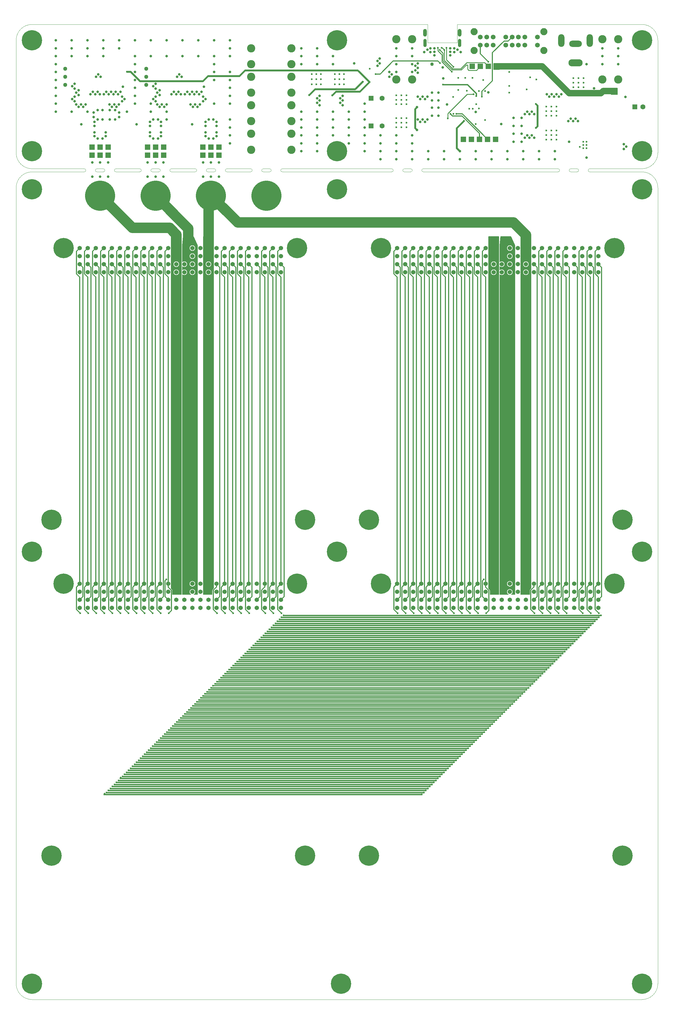
<source format=gbr>
G04 #@! TF.GenerationSoftware,KiCad,Pcbnew,(5.1.6)-1*
G04 #@! TF.CreationDate,2020-08-26T11:46:55+02:00*
G04 #@! TF.ProjectId,element_foxtrot,656c656d-656e-4745-9f66-6f7874726f74,v1.0*
G04 #@! TF.SameCoordinates,Original*
G04 #@! TF.FileFunction,Copper,L4,Bot*
G04 #@! TF.FilePolarity,Positive*
%FSLAX46Y46*%
G04 Gerber Fmt 4.6, Leading zero omitted, Abs format (unit mm)*
G04 Created by KiCad (PCBNEW (5.1.6)-1) date 2020-08-26 11:46:55*
%MOMM*%
%LPD*%
G01*
G04 APERTURE LIST*
G04 #@! TA.AperFunction,Profile*
%ADD10C,0.050000*%
G04 #@! TD*
G04 #@! TA.AperFunction,ComponentPad*
%ADD11C,1.500000*%
G04 #@! TD*
G04 #@! TA.AperFunction,ComponentPad*
%ADD12C,2.250000*%
G04 #@! TD*
G04 #@! TA.AperFunction,ViaPad*
%ADD13C,0.600000*%
G04 #@! TD*
G04 #@! TA.AperFunction,ComponentPad*
%ADD14C,1.300000*%
G04 #@! TD*
G04 #@! TA.AperFunction,ComponentPad*
%ADD15C,1.365000*%
G04 #@! TD*
G04 #@! TA.AperFunction,ComponentPad*
%ADD16C,0.800000*%
G04 #@! TD*
G04 #@! TA.AperFunction,ComponentPad*
%ADD17C,6.400000*%
G04 #@! TD*
G04 #@! TA.AperFunction,ComponentPad*
%ADD18R,1.750000X1.750000*%
G04 #@! TD*
G04 #@! TA.AperFunction,ComponentPad*
%ADD19O,1.100000X2.550000*%
G04 #@! TD*
G04 #@! TA.AperFunction,ComponentPad*
%ADD20O,1.200000X2.400000*%
G04 #@! TD*
G04 #@! TA.AperFunction,ComponentPad*
%ADD21C,2.600000*%
G04 #@! TD*
G04 #@! TA.AperFunction,ComponentPad*
%ADD22C,1.600000*%
G04 #@! TD*
G04 #@! TA.AperFunction,ComponentPad*
%ADD23R,1.600000X1.600000*%
G04 #@! TD*
G04 #@! TA.AperFunction,ComponentPad*
%ADD24O,4.500000X2.250000*%
G04 #@! TD*
G04 #@! TA.AperFunction,ComponentPad*
%ADD25O,4.000000X2.000000*%
G04 #@! TD*
G04 #@! TA.AperFunction,ComponentPad*
%ADD26O,2.000000X4.000000*%
G04 #@! TD*
G04 #@! TA.AperFunction,ComponentPad*
%ADD27C,9.520000*%
G04 #@! TD*
G04 #@! TA.AperFunction,ViaPad*
%ADD28C,0.800000*%
G04 #@! TD*
G04 #@! TA.AperFunction,ViaPad*
%ADD29C,1.100000*%
G04 #@! TD*
G04 #@! TA.AperFunction,Conductor*
%ADD30C,0.323000*%
G04 #@! TD*
G04 #@! TA.AperFunction,Conductor*
%ADD31C,0.396000*%
G04 #@! TD*
G04 #@! TA.AperFunction,Conductor*
%ADD32C,3.314000*%
G04 #@! TD*
G04 #@! TA.AperFunction,Conductor*
%ADD33C,0.250000*%
G04 #@! TD*
G04 #@! TA.AperFunction,Conductor*
%ADD34C,0.380000*%
G04 #@! TD*
G04 #@! TA.AperFunction,Conductor*
%ADD35C,0.600000*%
G04 #@! TD*
G04 #@! TA.AperFunction,Conductor*
%ADD36C,0.300000*%
G04 #@! TD*
G04 #@! TA.AperFunction,Conductor*
%ADD37C,2.000000*%
G04 #@! TD*
G04 #@! TA.AperFunction,Conductor*
%ADD38C,1.500000*%
G04 #@! TD*
G04 #@! TA.AperFunction,Conductor*
%ADD39C,0.400000*%
G04 #@! TD*
G04 #@! TA.AperFunction,Conductor*
%ADD40C,0.127000*%
G04 #@! TD*
G04 APERTURE END LIST*
D10*
X109000000Y-79000000D02*
X143500000Y-79000000D01*
X143500000Y-78000000D02*
X109000000Y-78000000D01*
X200000000Y-79000000D02*
X202000000Y-79000000D01*
X196000000Y-78000000D02*
X153500000Y-78000000D01*
X147500000Y-79000000D02*
G75*
G02*
X147500000Y-78000000I0J500000D01*
G01*
X153500000Y-79000000D02*
X196000000Y-79000000D01*
X200000000Y-79000000D02*
G75*
G02*
X200000000Y-78000000I0J500000D01*
G01*
X147500000Y-79000000D02*
X149500000Y-79000000D01*
X196000000Y-78000000D02*
G75*
G02*
X196000000Y-79000000I0J-500000D01*
G01*
X143500000Y-78000000D02*
G75*
G02*
X143500000Y-79000000I0J-500000D01*
G01*
X202000000Y-78000000D02*
G75*
G02*
X202000000Y-79000000I0J-500000D01*
G01*
X206000000Y-79000000D02*
G75*
G02*
X206000000Y-78000000I0J500000D01*
G01*
X153500000Y-79000000D02*
G75*
G02*
X153500000Y-78000000I0J500000D01*
G01*
X206000000Y-79000000D02*
X222500000Y-79000000D01*
X222500000Y-78000000D02*
X206000000Y-78000000D01*
X149500000Y-78000000D02*
G75*
G02*
X149500000Y-79000000I0J-500000D01*
G01*
X149500000Y-78000000D02*
X147500000Y-78000000D01*
X202000000Y-78000000D02*
X200000000Y-78000000D01*
X25000000Y-84000000D02*
G75*
G02*
X30000000Y-79000000I5000000J0D01*
G01*
X30000000Y-78000000D02*
G75*
G02*
X25000000Y-73000000I0J5000000D01*
G01*
X227500000Y-335000000D02*
G75*
G02*
X222500000Y-340000000I-5000000J0D01*
G01*
X30000000Y-340000000D02*
G75*
G02*
X25000000Y-335000000I0J5000000D01*
G01*
X99000000Y-78000000D02*
G75*
G02*
X99000000Y-79000000I0J-500000D01*
G01*
X99000000Y-78000000D02*
X91500000Y-78000000D01*
X91500000Y-79000000D02*
G75*
G02*
X91500000Y-78000000I0J500000D01*
G01*
X91500000Y-79000000D02*
X99000000Y-79000000D01*
X81500000Y-78000000D02*
X74000000Y-78000000D01*
X81500000Y-78000000D02*
G75*
G02*
X81500000Y-79000000I0J-500000D01*
G01*
X74000000Y-79000000D02*
G75*
G02*
X74000000Y-78000000I0J500000D01*
G01*
X74000000Y-79000000D02*
X81500000Y-79000000D01*
X50500000Y-79000000D02*
X52500000Y-79000000D01*
X70000000Y-78000000D02*
X68000000Y-78000000D01*
X56500000Y-79000000D02*
X64000000Y-79000000D01*
X68000000Y-79000000D02*
X70000000Y-79000000D01*
X46500000Y-78000000D02*
G75*
G02*
X46500000Y-79000000I0J-500000D01*
G01*
X70000000Y-78000000D02*
G75*
G02*
X70000000Y-79000000I0J-500000D01*
G01*
X52500000Y-78000000D02*
X50500000Y-78000000D01*
X85500000Y-79000000D02*
X87500000Y-79000000D01*
X50500000Y-79000000D02*
G75*
G02*
X50500000Y-78000000I0J500000D01*
G01*
X87500000Y-78000000D02*
X85500000Y-78000000D01*
X68000000Y-79000000D02*
G75*
G02*
X68000000Y-78000000I0J500000D01*
G01*
X46500000Y-78000000D02*
X30000000Y-78000000D01*
X64000000Y-78000000D02*
G75*
G02*
X64000000Y-79000000I0J-500000D01*
G01*
X56500000Y-79000000D02*
G75*
G02*
X56500000Y-78000000I0J500000D01*
G01*
X64000000Y-78000000D02*
X56500000Y-78000000D01*
X30000000Y-79000000D02*
X46500000Y-79000000D01*
X109000000Y-79000000D02*
G75*
G02*
X109000000Y-78000000I0J500000D01*
G01*
X103000000Y-79000000D02*
G75*
G02*
X103000000Y-78000000I0J500000D01*
G01*
X103000000Y-79000000D02*
X105000000Y-79000000D01*
X105000000Y-78000000D02*
X103000000Y-78000000D01*
X52500000Y-78000000D02*
G75*
G02*
X52500000Y-79000000I0J-500000D01*
G01*
X87500000Y-78000000D02*
G75*
G02*
X87500000Y-79000000I0J-500000D01*
G01*
X85500000Y-79000000D02*
G75*
G02*
X85500000Y-78000000I0J500000D01*
G01*
X105000000Y-78000000D02*
G75*
G02*
X105000000Y-79000000I0J-500000D01*
G01*
X25000000Y-73000000D02*
X25000000Y-37500000D01*
X25000000Y-37500000D02*
G75*
G02*
X30000000Y-32500000I5000000J0D01*
G01*
X227500000Y-84000000D02*
X227500000Y-335000000D01*
X222500000Y-79000000D02*
G75*
G02*
X227500000Y-84000000I0J-5000000D01*
G01*
X227500000Y-73000000D02*
G75*
G02*
X222500000Y-78000000I-5000000J0D01*
G01*
X222500000Y-32500000D02*
G75*
G02*
X227500000Y-37500000I0J-5000000D01*
G01*
X154830000Y-38220000D02*
X154830000Y-32500000D01*
X164180000Y-38220000D02*
X154830000Y-38220000D01*
X164180000Y-32500000D02*
X164180000Y-38220000D01*
X164180000Y-32500000D02*
X222500000Y-32500000D01*
X30000000Y-32500000D02*
X154830000Y-32500000D01*
X25000000Y-335000000D02*
X25000000Y-84000000D01*
X222500000Y-340000000D02*
X30000000Y-340000000D01*
X227500000Y-37500000D02*
X227500000Y-73000000D01*
D11*
X189500000Y-36500000D03*
X185500000Y-36500000D03*
X183500000Y-36500000D03*
X181500000Y-36500000D03*
X179500000Y-36500000D03*
X175500000Y-36500000D03*
X173500000Y-36500000D03*
X171500000Y-36500000D03*
X189500000Y-39000000D03*
X185500000Y-39000000D03*
X183500000Y-39000000D03*
X181500000Y-39000000D03*
X179500000Y-39000000D03*
X175500000Y-39000000D03*
X173500000Y-39000000D03*
X171500000Y-39000000D03*
D12*
X191500000Y-40750000D03*
X191500000Y-34750000D03*
X169500000Y-34750000D03*
X169500000Y-40750000D03*
D13*
X192306250Y-68792500D03*
X192306250Y-67370000D03*
X192306250Y-65947500D03*
X193915000Y-68792500D03*
X193915000Y-67370000D03*
X193915000Y-65947500D03*
X195523750Y-68792500D03*
X195523750Y-67370000D03*
X195523750Y-65947500D03*
X121172500Y-51378750D03*
X119750000Y-51378750D03*
X118327500Y-51378750D03*
X121172500Y-49770000D03*
X119750000Y-49770000D03*
X118327500Y-49770000D03*
X121172500Y-48161250D03*
X119750000Y-48161250D03*
X118327500Y-48161250D03*
X128422500Y-51378750D03*
X127000000Y-51378750D03*
X125577500Y-51378750D03*
X128422500Y-49770000D03*
X127000000Y-49770000D03*
X125577500Y-49770000D03*
X128422500Y-48161250D03*
X127000000Y-48161250D03*
X125577500Y-48161250D03*
X148193750Y-62077500D03*
X148193750Y-63500000D03*
X148193750Y-64922500D03*
X146585000Y-62077500D03*
X146585000Y-63500000D03*
X146585000Y-64922500D03*
X144976250Y-62077500D03*
X144976250Y-63500000D03*
X144976250Y-64922500D03*
X192306250Y-61292500D03*
X192306250Y-59870000D03*
X192306250Y-58447500D03*
X193915000Y-61292500D03*
X193915000Y-59870000D03*
X193915000Y-58447500D03*
X195523750Y-61292500D03*
X195523750Y-59870000D03*
X195523750Y-58447500D03*
X148193750Y-54827500D03*
X148193750Y-56250000D03*
X148193750Y-57672500D03*
X146585000Y-54827500D03*
X146585000Y-56250000D03*
X146585000Y-57672500D03*
X144976250Y-54827500D03*
X144976250Y-56250000D03*
X144976250Y-57672500D03*
X200806250Y-52292500D03*
X200806250Y-50870000D03*
X200806250Y-49447500D03*
X202415000Y-52292500D03*
X202415000Y-50870000D03*
X202415000Y-49447500D03*
X204023750Y-52292500D03*
X204023750Y-50870000D03*
X204023750Y-49447500D03*
D14*
X40480000Y-51590000D03*
X40480000Y-49050000D03*
X40480000Y-46510000D03*
X66040000Y-51590000D03*
X66040000Y-49050000D03*
X66040000Y-46510000D03*
D15*
X185865000Y-216515000D03*
X193485000Y-213975000D03*
X150305000Y-213975000D03*
X152845000Y-216515000D03*
X157925000Y-216515000D03*
X196025000Y-213975000D03*
X160465000Y-216515000D03*
X198565000Y-213975000D03*
X160465000Y-213975000D03*
X163005000Y-213975000D03*
X168085000Y-216515000D03*
X175705000Y-216515000D03*
X190945000Y-213975000D03*
X165545000Y-213975000D03*
X165545000Y-216515000D03*
X203645000Y-216515000D03*
X188405000Y-216515000D03*
X206185000Y-216515000D03*
X173165000Y-216515000D03*
X175705000Y-213975000D03*
X183325000Y-213975000D03*
X152845000Y-213975000D03*
X203645000Y-213975000D03*
X145225000Y-213975000D03*
X201105000Y-213975000D03*
X147765000Y-213975000D03*
X180785000Y-213975000D03*
X196025000Y-216515000D03*
X180785000Y-216515000D03*
X185865000Y-213975000D03*
X163005000Y-216515000D03*
X157925000Y-213975000D03*
X178245000Y-216515000D03*
X170625000Y-216515000D03*
X155385000Y-216515000D03*
X170625000Y-213975000D03*
X193485000Y-216515000D03*
X150305000Y-216515000D03*
X206185000Y-213975000D03*
X208725000Y-216515000D03*
X188405000Y-213975000D03*
X201105000Y-216515000D03*
X190945000Y-216515000D03*
X145225000Y-216515000D03*
X155385000Y-213975000D03*
X178245000Y-213975000D03*
X183325000Y-216515000D03*
X173165000Y-213975000D03*
X208725000Y-213975000D03*
X198565000Y-216515000D03*
X147765000Y-216515000D03*
X168085000Y-213975000D03*
X185865000Y-211435000D03*
X193485000Y-208895000D03*
X150305000Y-208895000D03*
X152845000Y-211435000D03*
X157925000Y-211435000D03*
X196025000Y-208895000D03*
X160465000Y-211435000D03*
X198565000Y-208895000D03*
X160465000Y-208895000D03*
X163005000Y-208895000D03*
X168085000Y-211435000D03*
X175705000Y-211435000D03*
X190945000Y-208895000D03*
X165545000Y-208895000D03*
X165545000Y-211435000D03*
X203645000Y-211435000D03*
X188405000Y-211435000D03*
X206185000Y-211435000D03*
X173165000Y-211435000D03*
X175705000Y-208895000D03*
X183325000Y-208895000D03*
X152845000Y-208895000D03*
X203645000Y-208895000D03*
X145225000Y-208895000D03*
X201105000Y-208895000D03*
X147765000Y-208895000D03*
X180785000Y-208895000D03*
X196025000Y-211435000D03*
X180785000Y-211435000D03*
X185865000Y-208895000D03*
X163005000Y-211435000D03*
X157925000Y-208895000D03*
X178245000Y-211435000D03*
X170625000Y-211435000D03*
X155385000Y-211435000D03*
X170625000Y-208895000D03*
X193485000Y-211435000D03*
X150305000Y-211435000D03*
X206185000Y-208895000D03*
X208725000Y-211435000D03*
X188405000Y-208895000D03*
X201105000Y-211435000D03*
X190945000Y-211435000D03*
X145225000Y-211435000D03*
X155385000Y-208895000D03*
X178245000Y-208895000D03*
X183325000Y-211435000D03*
X173165000Y-208895000D03*
X208725000Y-208895000D03*
X198565000Y-211435000D03*
X147765000Y-211435000D03*
X168085000Y-208895000D03*
D16*
X216345000Y-292220000D03*
X218042056Y-292922944D03*
X216345000Y-297020000D03*
X214647944Y-296317056D03*
X213945000Y-294620000D03*
X218745000Y-294620000D03*
X218042056Y-296317056D03*
X136335000Y-292220000D03*
X214647944Y-292922944D03*
D17*
X216345000Y-294620000D03*
D16*
X138032056Y-292922944D03*
X138032056Y-296317056D03*
X136335000Y-297020000D03*
X134637944Y-292922944D03*
X133935000Y-294620000D03*
X134637944Y-296317056D03*
D17*
X136335000Y-294620000D03*
D16*
X138735000Y-294620000D03*
X216205000Y-208895000D03*
X215502056Y-210592056D03*
X213805000Y-206495000D03*
X212107944Y-210592056D03*
X211405000Y-208895000D03*
X215502056Y-207197944D03*
X213805000Y-211295000D03*
X212107944Y-207197944D03*
D17*
X213805000Y-208895000D03*
D16*
X141842056Y-207197944D03*
X138447944Y-207197944D03*
X137745000Y-208895000D03*
X138447944Y-210592056D03*
D17*
X140145000Y-208895000D03*
D16*
X140145000Y-211295000D03*
X140145000Y-206495000D03*
X141842056Y-210592056D03*
X142545000Y-208895000D03*
D15*
X85695000Y-110635000D03*
X93315000Y-108095000D03*
X50135000Y-108095000D03*
X52675000Y-110635000D03*
X57755000Y-110635000D03*
X95855000Y-108095000D03*
X60295000Y-110635000D03*
X98395000Y-108095000D03*
X60295000Y-108095000D03*
X62835000Y-108095000D03*
X67915000Y-110635000D03*
X75535000Y-110635000D03*
X90775000Y-108095000D03*
X65375000Y-108095000D03*
X65375000Y-110635000D03*
X103475000Y-110635000D03*
X88235000Y-110635000D03*
X106015000Y-110635000D03*
X72995000Y-110635000D03*
X75535000Y-108095000D03*
X83155000Y-108095000D03*
X52675000Y-108095000D03*
X103475000Y-108095000D03*
X45055000Y-108095000D03*
X100935000Y-108095000D03*
X47595000Y-108095000D03*
X80615000Y-108095000D03*
X95855000Y-110635000D03*
X80615000Y-110635000D03*
X85695000Y-108095000D03*
X62835000Y-110635000D03*
X57755000Y-108095000D03*
X78075000Y-110635000D03*
X70455000Y-110635000D03*
X55215000Y-110635000D03*
X70455000Y-108095000D03*
X93315000Y-110635000D03*
X50135000Y-110635000D03*
X106015000Y-108095000D03*
X108555000Y-110635000D03*
X88235000Y-108095000D03*
X100935000Y-110635000D03*
X90775000Y-110635000D03*
X45055000Y-110635000D03*
X55215000Y-108095000D03*
X78075000Y-108095000D03*
X83155000Y-110635000D03*
X72995000Y-108095000D03*
X108555000Y-108095000D03*
X98395000Y-110635000D03*
X47595000Y-110635000D03*
X67915000Y-108095000D03*
X85695000Y-105555000D03*
X93315000Y-103015000D03*
X50135000Y-103015000D03*
X52675000Y-105555000D03*
X57755000Y-105555000D03*
X95855000Y-103015000D03*
X60295000Y-105555000D03*
X98395000Y-103015000D03*
X60295000Y-103015000D03*
X62835000Y-103015000D03*
X67915000Y-105555000D03*
X75535000Y-105555000D03*
X90775000Y-103015000D03*
X65375000Y-103015000D03*
X65375000Y-105555000D03*
X103475000Y-105555000D03*
X88235000Y-105555000D03*
X106015000Y-105555000D03*
X72995000Y-105555000D03*
X75535000Y-103015000D03*
X83155000Y-103015000D03*
X52675000Y-103015000D03*
X103475000Y-103015000D03*
X45055000Y-103015000D03*
X100935000Y-103015000D03*
X47595000Y-103015000D03*
X80615000Y-103015000D03*
X95855000Y-105555000D03*
X80615000Y-105555000D03*
X85695000Y-103015000D03*
X62835000Y-105555000D03*
X57755000Y-103015000D03*
X78075000Y-105555000D03*
X70455000Y-105555000D03*
X55215000Y-105555000D03*
X70455000Y-103015000D03*
X93315000Y-105555000D03*
X50135000Y-105555000D03*
X106015000Y-103015000D03*
X108555000Y-105555000D03*
X88235000Y-103015000D03*
X100935000Y-105555000D03*
X90775000Y-105555000D03*
X45055000Y-105555000D03*
X55215000Y-103015000D03*
X78075000Y-103015000D03*
X83155000Y-105555000D03*
X72995000Y-103015000D03*
X108555000Y-103015000D03*
X98395000Y-105555000D03*
X47595000Y-105555000D03*
X67915000Y-103015000D03*
D16*
X116175000Y-186340000D03*
X117872056Y-187042944D03*
X116175000Y-191140000D03*
X114477944Y-190437056D03*
X113775000Y-188740000D03*
X118575000Y-188740000D03*
X117872056Y-190437056D03*
X36165000Y-186340000D03*
X114477944Y-187042944D03*
D17*
X116175000Y-188740000D03*
D16*
X37862056Y-187042944D03*
X37862056Y-190437056D03*
X36165000Y-191140000D03*
X34467944Y-187042944D03*
X33765000Y-188740000D03*
X34467944Y-190437056D03*
D17*
X36165000Y-188740000D03*
D16*
X38565000Y-188740000D03*
X116035000Y-103015000D03*
X115332056Y-104712056D03*
X113635000Y-100615000D03*
X111937944Y-104712056D03*
X111235000Y-103015000D03*
X115332056Y-101317944D03*
X113635000Y-105415000D03*
X111937944Y-101317944D03*
D17*
X113635000Y-103015000D03*
D16*
X41672056Y-101317944D03*
X38277944Y-101317944D03*
X37575000Y-103015000D03*
X38277944Y-104712056D03*
D17*
X39975000Y-103015000D03*
D16*
X39975000Y-105415000D03*
X39975000Y-100615000D03*
X41672056Y-104712056D03*
X42375000Y-103015000D03*
D17*
X222500000Y-335000000D03*
D16*
X224900000Y-335000000D03*
X224197056Y-336697056D03*
X222500000Y-337400000D03*
X220802944Y-336697056D03*
X220100000Y-335000000D03*
X220802944Y-333302944D03*
X222500000Y-332600000D03*
X224197056Y-333302944D03*
D17*
X127500000Y-335000000D03*
D16*
X129900000Y-335000000D03*
X129197056Y-336697056D03*
X127500000Y-337400000D03*
X125802944Y-336697056D03*
X125100000Y-335000000D03*
X125802944Y-333302944D03*
X127500000Y-332600000D03*
X129197056Y-333302944D03*
D17*
X30000000Y-335000000D03*
D16*
X32400000Y-335000000D03*
X31697056Y-336697056D03*
X30000000Y-337400000D03*
X28302944Y-336697056D03*
X27600000Y-335000000D03*
X28302944Y-333302944D03*
X30000000Y-332600000D03*
X31697056Y-333302944D03*
D15*
X185865000Y-110635000D03*
X193485000Y-108095000D03*
X150305000Y-108095000D03*
X152845000Y-110635000D03*
X157925000Y-110635000D03*
X196025000Y-108095000D03*
X160465000Y-110635000D03*
X198565000Y-108095000D03*
X160465000Y-108095000D03*
X163005000Y-108095000D03*
X168085000Y-110635000D03*
X175705000Y-110635000D03*
X190945000Y-108095000D03*
X165545000Y-108095000D03*
X165545000Y-110635000D03*
X203645000Y-110635000D03*
X188405000Y-110635000D03*
X206185000Y-110635000D03*
X173165000Y-110635000D03*
X175705000Y-108095000D03*
X183325000Y-108095000D03*
X152845000Y-108095000D03*
X203645000Y-108095000D03*
X145225000Y-108095000D03*
X201105000Y-108095000D03*
X147765000Y-108095000D03*
X180785000Y-108095000D03*
X196025000Y-110635000D03*
X180785000Y-110635000D03*
X185865000Y-108095000D03*
X163005000Y-110635000D03*
X157925000Y-108095000D03*
X178245000Y-110635000D03*
X170625000Y-110635000D03*
X155385000Y-110635000D03*
X170625000Y-108095000D03*
X193485000Y-110635000D03*
X150305000Y-110635000D03*
X206185000Y-108095000D03*
X208725000Y-110635000D03*
X188405000Y-108095000D03*
X201105000Y-110635000D03*
X190945000Y-110635000D03*
X145225000Y-110635000D03*
X155385000Y-108095000D03*
X178245000Y-108095000D03*
X183325000Y-110635000D03*
X173165000Y-108095000D03*
X208725000Y-108095000D03*
X198565000Y-110635000D03*
X147765000Y-110635000D03*
X168085000Y-108095000D03*
X185865000Y-105555000D03*
X193485000Y-103015000D03*
X150305000Y-103015000D03*
X152845000Y-105555000D03*
X157925000Y-105555000D03*
X196025000Y-103015000D03*
X160465000Y-105555000D03*
X198565000Y-103015000D03*
X160465000Y-103015000D03*
X163005000Y-103015000D03*
X168085000Y-105555000D03*
X175705000Y-105555000D03*
X190945000Y-103015000D03*
X165545000Y-103015000D03*
X165545000Y-105555000D03*
X203645000Y-105555000D03*
X188405000Y-105555000D03*
X206185000Y-105555000D03*
X173165000Y-105555000D03*
X175705000Y-103015000D03*
X183325000Y-103015000D03*
X152845000Y-103015000D03*
X203645000Y-103015000D03*
X145225000Y-103015000D03*
X201105000Y-103015000D03*
X147765000Y-103015000D03*
X180785000Y-103015000D03*
X196025000Y-105555000D03*
X180785000Y-105555000D03*
X185865000Y-103015000D03*
X163005000Y-105555000D03*
X157925000Y-103015000D03*
X178245000Y-105555000D03*
X170625000Y-105555000D03*
X155385000Y-105555000D03*
X170625000Y-103015000D03*
X193485000Y-105555000D03*
X150305000Y-105555000D03*
X206185000Y-103015000D03*
X208725000Y-105555000D03*
X188405000Y-103015000D03*
X201105000Y-105555000D03*
X190945000Y-105555000D03*
X145225000Y-105555000D03*
X155385000Y-103015000D03*
X178245000Y-103015000D03*
X183325000Y-105555000D03*
X173165000Y-103015000D03*
X208725000Y-103015000D03*
X198565000Y-105555000D03*
X147765000Y-105555000D03*
X168085000Y-103015000D03*
D16*
X216345000Y-186340000D03*
X218042056Y-187042944D03*
X216345000Y-191140000D03*
X214647944Y-190437056D03*
X213945000Y-188740000D03*
X218745000Y-188740000D03*
X218042056Y-190437056D03*
X136335000Y-186340000D03*
X214647944Y-187042944D03*
D17*
X216345000Y-188740000D03*
D16*
X138032056Y-187042944D03*
X138032056Y-190437056D03*
X136335000Y-191140000D03*
X134637944Y-187042944D03*
X133935000Y-188740000D03*
X134637944Y-190437056D03*
D17*
X136335000Y-188740000D03*
D16*
X138735000Y-188740000D03*
X216205000Y-103015000D03*
X215502056Y-104712056D03*
X213805000Y-100615000D03*
X212107944Y-104712056D03*
X211405000Y-103015000D03*
X215502056Y-101317944D03*
X213805000Y-105415000D03*
X212107944Y-101317944D03*
D17*
X213805000Y-103015000D03*
D16*
X141842056Y-101317944D03*
X138447944Y-101317944D03*
X137745000Y-103015000D03*
X138447944Y-104712056D03*
D17*
X140145000Y-103015000D03*
D16*
X140145000Y-105415000D03*
X140145000Y-100615000D03*
X141842056Y-104712056D03*
X142545000Y-103015000D03*
D15*
X85695000Y-216515000D03*
X93315000Y-213975000D03*
X50135000Y-213975000D03*
X52675000Y-216515000D03*
X57755000Y-216515000D03*
X95855000Y-213975000D03*
X60295000Y-216515000D03*
X98395000Y-213975000D03*
X60295000Y-213975000D03*
X62835000Y-213975000D03*
X67915000Y-216515000D03*
X75535000Y-216515000D03*
X90775000Y-213975000D03*
X65375000Y-213975000D03*
X65375000Y-216515000D03*
X103475000Y-216515000D03*
X88235000Y-216515000D03*
X106015000Y-216515000D03*
X72995000Y-216515000D03*
X75535000Y-213975000D03*
X83155000Y-213975000D03*
X52675000Y-213975000D03*
X103475000Y-213975000D03*
X45055000Y-213975000D03*
X100935000Y-213975000D03*
X47595000Y-213975000D03*
X80615000Y-213975000D03*
X95855000Y-216515000D03*
X80615000Y-216515000D03*
X85695000Y-213975000D03*
X62835000Y-216515000D03*
X57755000Y-213975000D03*
X78075000Y-216515000D03*
X70455000Y-216515000D03*
X55215000Y-216515000D03*
X70455000Y-213975000D03*
X93315000Y-216515000D03*
X50135000Y-216515000D03*
X106015000Y-213975000D03*
X108555000Y-216515000D03*
X88235000Y-213975000D03*
X100935000Y-216515000D03*
X90775000Y-216515000D03*
X45055000Y-216515000D03*
X55215000Y-213975000D03*
X78075000Y-213975000D03*
X83155000Y-216515000D03*
X72995000Y-213975000D03*
X108555000Y-213975000D03*
X98395000Y-216515000D03*
X47595000Y-216515000D03*
X67915000Y-213975000D03*
X85695000Y-211435000D03*
X93315000Y-208895000D03*
X50135000Y-208895000D03*
X52675000Y-211435000D03*
X57755000Y-211435000D03*
X95855000Y-208895000D03*
X60295000Y-211435000D03*
X98395000Y-208895000D03*
X60295000Y-208895000D03*
X62835000Y-208895000D03*
X67915000Y-211435000D03*
X75535000Y-211435000D03*
X90775000Y-208895000D03*
X65375000Y-208895000D03*
X65375000Y-211435000D03*
X103475000Y-211435000D03*
X88235000Y-211435000D03*
X106015000Y-211435000D03*
X72995000Y-211435000D03*
X75535000Y-208895000D03*
X83155000Y-208895000D03*
X52675000Y-208895000D03*
X103475000Y-208895000D03*
X45055000Y-208895000D03*
X100935000Y-208895000D03*
X47595000Y-208895000D03*
X80615000Y-208895000D03*
X95855000Y-211435000D03*
X80615000Y-211435000D03*
X85695000Y-208895000D03*
X62835000Y-211435000D03*
X57755000Y-208895000D03*
X78075000Y-211435000D03*
X70455000Y-211435000D03*
X55215000Y-211435000D03*
X70455000Y-208895000D03*
X93315000Y-211435000D03*
X50135000Y-211435000D03*
X106015000Y-208895000D03*
X108555000Y-211435000D03*
X88235000Y-208895000D03*
X100935000Y-211435000D03*
X90775000Y-211435000D03*
X45055000Y-211435000D03*
X55215000Y-208895000D03*
X78075000Y-208895000D03*
X83155000Y-211435000D03*
X72995000Y-208895000D03*
X108555000Y-208895000D03*
X98395000Y-211435000D03*
X47595000Y-211435000D03*
X67915000Y-208895000D03*
D16*
X116175000Y-292220000D03*
X117872056Y-292922944D03*
X116175000Y-297020000D03*
X114477944Y-296317056D03*
X113775000Y-294620000D03*
X118575000Y-294620000D03*
X117872056Y-296317056D03*
X36165000Y-292220000D03*
X114477944Y-292922944D03*
D17*
X116175000Y-294620000D03*
D16*
X37862056Y-292922944D03*
X37862056Y-296317056D03*
X36165000Y-297020000D03*
X34467944Y-292922944D03*
X33765000Y-294620000D03*
X34467944Y-296317056D03*
D17*
X36165000Y-294620000D03*
D16*
X38565000Y-294620000D03*
X116035000Y-208895000D03*
X115332056Y-210592056D03*
X113635000Y-206495000D03*
X111937944Y-210592056D03*
X111235000Y-208895000D03*
X115332056Y-207197944D03*
X113635000Y-211295000D03*
X111937944Y-207197944D03*
D17*
X113635000Y-208895000D03*
D16*
X41672056Y-207197944D03*
X38277944Y-207197944D03*
X37575000Y-208895000D03*
X38277944Y-210592056D03*
D17*
X39975000Y-208895000D03*
D16*
X39975000Y-211295000D03*
X39975000Y-206495000D03*
X41672056Y-210592056D03*
X42375000Y-208895000D03*
D18*
X48960000Y-73770000D03*
X48960000Y-71230000D03*
X51500000Y-73770000D03*
X54040000Y-73770000D03*
X51500000Y-71230000D03*
X54040000Y-71230000D03*
X66460000Y-73770000D03*
X66460000Y-71230000D03*
X69000000Y-73770000D03*
X71540000Y-73770000D03*
X69000000Y-71230000D03*
X71540000Y-71230000D03*
X83960000Y-73770000D03*
X83960000Y-71230000D03*
X86500000Y-73770000D03*
X89040000Y-73770000D03*
X86500000Y-71230000D03*
X89040000Y-71230000D03*
D19*
X154050000Y-38350000D03*
X164950000Y-38350000D03*
D20*
X154050000Y-35120000D03*
X164950000Y-35120000D03*
D17*
X30000000Y-198750000D03*
D16*
X30000000Y-201150000D03*
X28302944Y-200447056D03*
X27600000Y-198750000D03*
X28302944Y-197052944D03*
X30000000Y-196350000D03*
X31697056Y-197052944D03*
X32400000Y-198750000D03*
X31697056Y-200447056D03*
D17*
X126250000Y-198750000D03*
D16*
X126250000Y-201150000D03*
X124552944Y-200447056D03*
X123850000Y-198750000D03*
X124552944Y-197052944D03*
X126250000Y-196350000D03*
X127947056Y-197052944D03*
X128650000Y-198750000D03*
X127947056Y-200447056D03*
D17*
X222500000Y-198750000D03*
D16*
X222500000Y-201150000D03*
X220802944Y-200447056D03*
X220100000Y-198750000D03*
X220802944Y-197052944D03*
X222500000Y-196350000D03*
X224197056Y-197052944D03*
X224900000Y-198750000D03*
X224197056Y-200447056D03*
D17*
X30000000Y-84500000D03*
D16*
X30000000Y-86900000D03*
X28302944Y-86197056D03*
X27600000Y-84500000D03*
X28302944Y-82802944D03*
X30000000Y-82100000D03*
X31697056Y-82802944D03*
X32400000Y-84500000D03*
X31697056Y-86197056D03*
D17*
X126250000Y-84500000D03*
D16*
X126250000Y-86900000D03*
X124552944Y-86197056D03*
X123850000Y-84500000D03*
X124552944Y-82802944D03*
X126250000Y-82100000D03*
X127947056Y-82802944D03*
X128650000Y-84500000D03*
X127947056Y-86197056D03*
D17*
X222500000Y-84500000D03*
D16*
X222500000Y-86900000D03*
X220802944Y-86197056D03*
X220100000Y-84500000D03*
X220802944Y-82802944D03*
X222500000Y-82100000D03*
X224197056Y-82802944D03*
X224900000Y-84500000D03*
X224197056Y-86197056D03*
D17*
X30000000Y-72500000D03*
D16*
X32400000Y-72500000D03*
X31697056Y-74197056D03*
X30000000Y-74900000D03*
X28302944Y-74197056D03*
X27600000Y-72500000D03*
X28302944Y-70802944D03*
X30000000Y-70100000D03*
X31697056Y-70802944D03*
D17*
X30000000Y-37500000D03*
D16*
X32400000Y-37500000D03*
X31697056Y-39197056D03*
X30000000Y-39900000D03*
X28302944Y-39197056D03*
X27600000Y-37500000D03*
X28302944Y-35802944D03*
X30000000Y-35100000D03*
X31697056Y-35802944D03*
D17*
X126250000Y-72500000D03*
D16*
X128650000Y-72500000D03*
X127947056Y-74197056D03*
X126250000Y-74900000D03*
X124552944Y-74197056D03*
X123850000Y-72500000D03*
X124552944Y-70802944D03*
X126250000Y-70100000D03*
X127947056Y-70802944D03*
D17*
X126250000Y-37500000D03*
D16*
X128650000Y-37500000D03*
X127947056Y-39197056D03*
X126250000Y-39900000D03*
X124552944Y-39197056D03*
X123850000Y-37500000D03*
X124552944Y-35802944D03*
X126250000Y-35100000D03*
X127947056Y-35802944D03*
D17*
X222500000Y-72500000D03*
D16*
X224900000Y-72500000D03*
X224197056Y-74197056D03*
X222500000Y-74900000D03*
X220802944Y-74197056D03*
X220100000Y-72500000D03*
X220802944Y-70802944D03*
X222500000Y-70100000D03*
X224197056Y-70802944D03*
D17*
X222500000Y-37500000D03*
D16*
X224900000Y-37500000D03*
X224197056Y-39197056D03*
X222500000Y-39900000D03*
X220802944Y-39197056D03*
X220100000Y-37500000D03*
X220802944Y-35802944D03*
X222500000Y-35100000D03*
X224197056Y-35802944D03*
D21*
X111850000Y-54000000D03*
X111850000Y-49000000D03*
X99150000Y-49000000D03*
X99150000Y-54000000D03*
X111850000Y-45000000D03*
X111850000Y-40000000D03*
X99150000Y-40000000D03*
X99150000Y-45000000D03*
X111850000Y-63000000D03*
X111850000Y-58000000D03*
X99150000Y-58000000D03*
X99150000Y-63000000D03*
X111850000Y-72000000D03*
X111850000Y-67000000D03*
X99150000Y-67000000D03*
X99150000Y-72000000D03*
X150000000Y-37150000D03*
X145000000Y-37150000D03*
X145000000Y-49850000D03*
X150000000Y-49850000D03*
X215000000Y-37150000D03*
X210000000Y-37150000D03*
X210000000Y-49850000D03*
X215000000Y-49850000D03*
D22*
X222750000Y-58500000D03*
D23*
X220250000Y-58500000D03*
D22*
X140500000Y-64500000D03*
D23*
X137000000Y-64500000D03*
D22*
X140500000Y-55750000D03*
D23*
X137000000Y-55750000D03*
D18*
X176560000Y-45750000D03*
X168940000Y-45750000D03*
X174020000Y-45750000D03*
X171480000Y-45750000D03*
X166170000Y-68750000D03*
X168710000Y-68750000D03*
X171250000Y-68750000D03*
X176330000Y-68750000D03*
X173790000Y-68750000D03*
D24*
X201500000Y-44620000D03*
D25*
X201500000Y-38620000D03*
D26*
X197000000Y-37620000D03*
X206000000Y-37620000D03*
D27*
X104000000Y-86500000D03*
X68995000Y-86500000D03*
X51495000Y-86500000D03*
X86495000Y-86500000D03*
D13*
X194310000Y-234080000D03*
X94140000Y-234080000D03*
X158750000Y-269640000D03*
X58580000Y-269640000D03*
X162560000Y-265830000D03*
X62390000Y-265830000D03*
X167640000Y-260750000D03*
X67470000Y-260750000D03*
X196850000Y-231540000D03*
X96680000Y-231540000D03*
X170180000Y-258210000D03*
X70010000Y-258210000D03*
X199390000Y-229000000D03*
X99220000Y-229000000D03*
X168910000Y-259480000D03*
X68740000Y-259480000D03*
X171450000Y-256940000D03*
X71280000Y-256940000D03*
X177800000Y-250590000D03*
X77630000Y-250590000D03*
X184150000Y-244240000D03*
X83980000Y-244240000D03*
X191770000Y-236620000D03*
X91600000Y-236620000D03*
X173990000Y-254400000D03*
X73820000Y-254400000D03*
X175260000Y-253130000D03*
X75090000Y-253130000D03*
X204470000Y-223920000D03*
X104300000Y-223920000D03*
X190500000Y-237890000D03*
X90330000Y-237890000D03*
X207010000Y-221380000D03*
X106840000Y-221380000D03*
X182880000Y-245510000D03*
X82710000Y-245510000D03*
X183515000Y-244875000D03*
X83345000Y-244875000D03*
X187325000Y-241065000D03*
X87155000Y-241065000D03*
X161290000Y-267100000D03*
X61120000Y-267100000D03*
X203200000Y-225190000D03*
X103030000Y-225190000D03*
X153670000Y-274720000D03*
X53500000Y-274720000D03*
X201295000Y-227095000D03*
X101125000Y-227095000D03*
X156210000Y-272180000D03*
X56040000Y-272180000D03*
X186055000Y-242335000D03*
X85885000Y-242335000D03*
X198120000Y-230270000D03*
X97950000Y-230270000D03*
X186690000Y-241700000D03*
X86520000Y-241700000D03*
X172720000Y-255670000D03*
X72550000Y-255670000D03*
X166370000Y-262020000D03*
X66200000Y-262020000D03*
X185420000Y-242970000D03*
X85250000Y-242970000D03*
X180340000Y-248050000D03*
X80170000Y-248050000D03*
X165100000Y-263290000D03*
X64930000Y-263290000D03*
X179070000Y-249320000D03*
X78900000Y-249320000D03*
X195580000Y-232810000D03*
X95410000Y-232810000D03*
X160020000Y-268370000D03*
X59850000Y-268370000D03*
X205740000Y-222650000D03*
X105570000Y-222650000D03*
X209550000Y-218840000D03*
X109380000Y-218840000D03*
X189230000Y-239160000D03*
X89060000Y-239160000D03*
X201930000Y-226460000D03*
X101760000Y-226460000D03*
X193040000Y-235350000D03*
X92870000Y-235350000D03*
X154940000Y-273450000D03*
X54770000Y-273450000D03*
X163830000Y-264560000D03*
X63660000Y-264560000D03*
X184785000Y-243605000D03*
X84615000Y-243605000D03*
X187960000Y-240430000D03*
X87790000Y-240430000D03*
X181610000Y-246780000D03*
X172576500Y-207472261D03*
X81440000Y-246780000D03*
X72406500Y-207472261D03*
X208280000Y-220110000D03*
X108110000Y-220110000D03*
X200660000Y-227730000D03*
X100490000Y-227730000D03*
X157480000Y-270910000D03*
X57310000Y-270910000D03*
X176530000Y-251860000D03*
X76360000Y-251860000D03*
X194945000Y-233445000D03*
X193675000Y-218205000D03*
X93505000Y-218205000D03*
X94775000Y-233445000D03*
X159385000Y-269005000D03*
X150495000Y-218205000D03*
X59215000Y-269005000D03*
X50325000Y-218205000D03*
X160650000Y-267740000D03*
X60480000Y-267740000D03*
X165730000Y-262660000D03*
X65560000Y-262660000D03*
X197485000Y-230905000D03*
X196215000Y-218205000D03*
X97315000Y-230905000D03*
X96045000Y-218205000D03*
X168270000Y-260120000D03*
X68100000Y-260120000D03*
X198755000Y-218205000D03*
X200025000Y-228365000D03*
X98585000Y-218205000D03*
X99855000Y-228365000D03*
X160655000Y-218205000D03*
X169545000Y-258845000D03*
X69375000Y-258845000D03*
X60485000Y-218205000D03*
X172085000Y-256305000D03*
X163195000Y-218205000D03*
X71915000Y-256305000D03*
X63025000Y-218205000D03*
X175890000Y-252500000D03*
X75720000Y-252500000D03*
X191135000Y-218205000D03*
X192405000Y-235985000D03*
X90965000Y-218205000D03*
X92235000Y-235985000D03*
X165735000Y-218205000D03*
X174625000Y-253765000D03*
X74455000Y-253765000D03*
X65565000Y-218205000D03*
X173350000Y-255040000D03*
X73180000Y-255040000D03*
X202560000Y-225830000D03*
X102390000Y-225830000D03*
X188590000Y-239800000D03*
X88420000Y-239800000D03*
X205100000Y-223290000D03*
X104930000Y-223290000D03*
X180980000Y-247410000D03*
X80810000Y-247410000D03*
X153035000Y-218205000D03*
X161925000Y-266465000D03*
X61755000Y-266465000D03*
X52865000Y-218205000D03*
X203835000Y-218205000D03*
X203835000Y-224555000D03*
X103665000Y-218205000D03*
X103665000Y-224555000D03*
X154305000Y-274085000D03*
X145415000Y-218205000D03*
X54135000Y-274085000D03*
X45245000Y-218205000D03*
X156845000Y-271545000D03*
X147955000Y-218205000D03*
X56675000Y-271545000D03*
X47785000Y-218205000D03*
X196210000Y-232180000D03*
X96040000Y-232180000D03*
X170810000Y-257580000D03*
X70640000Y-257580000D03*
X167005000Y-261385000D03*
X158115000Y-218205000D03*
X66835000Y-261385000D03*
X57945000Y-218205000D03*
X178430000Y-249960000D03*
X78260000Y-249960000D03*
X163190000Y-265200000D03*
X63020000Y-265200000D03*
X179705000Y-248685000D03*
X170815000Y-218205000D03*
X79535000Y-248685000D03*
X70645000Y-218205000D03*
X193670000Y-234720000D03*
X93500000Y-234720000D03*
X158110000Y-270280000D03*
X57940000Y-270280000D03*
X206375000Y-218205000D03*
X206375000Y-222015000D03*
X106205000Y-218205000D03*
X106205000Y-222015000D03*
X207640000Y-220750000D03*
X107470000Y-220750000D03*
X189865000Y-238525000D03*
X188595000Y-218205000D03*
X88425000Y-218205000D03*
X89695000Y-238525000D03*
X191130000Y-237260000D03*
X90960000Y-237260000D03*
X153035000Y-275355000D03*
X52865000Y-275355000D03*
X164465000Y-263925000D03*
X155575000Y-218205000D03*
X64295000Y-263925000D03*
X55405000Y-218205000D03*
X173355000Y-218205000D03*
X182245000Y-246145000D03*
X73185000Y-218205000D03*
X82075000Y-246145000D03*
X208915000Y-218205000D03*
X208915000Y-219475000D03*
X108745000Y-218205000D03*
X108745000Y-219475000D03*
X198750000Y-229640000D03*
X98580000Y-229640000D03*
X155570000Y-272820000D03*
X55400000Y-272820000D03*
X168275000Y-218205000D03*
X177165000Y-251225000D03*
X76995000Y-251225000D03*
X68105000Y-218205000D03*
X204000000Y-69500000D03*
X205000000Y-69500000D03*
X205000000Y-70500000D03*
X205000000Y-71500000D03*
X204000000Y-70500000D03*
X204000000Y-71500000D03*
D28*
X50190000Y-49000000D03*
X51690000Y-49000000D03*
X216750000Y-70250000D03*
X216750000Y-71750000D03*
X217500000Y-71000000D03*
X217310000Y-55370000D03*
X207380000Y-52690000D03*
X199250000Y-63000000D03*
X200000000Y-62250000D03*
X200750000Y-63000000D03*
X201500000Y-62250000D03*
X202250000Y-63000000D03*
X205000000Y-74500000D03*
X199500000Y-69500000D03*
D13*
X163000000Y-60710000D03*
X172950000Y-62610000D03*
D28*
X178060000Y-63870000D03*
X170060000Y-60120000D03*
D13*
X171050000Y-58990000D03*
X168000000Y-59070000D03*
X169070000Y-59070000D03*
X170210000Y-57630000D03*
X169000000Y-49320000D03*
X166750000Y-49320000D03*
X164500000Y-49310000D03*
D29*
X156190000Y-45000000D03*
D28*
X159780000Y-49500000D03*
D13*
X171050000Y-53520000D03*
X186110000Y-53000000D03*
D28*
X160960000Y-57740000D03*
D13*
X162940000Y-55370000D03*
D28*
X155750000Y-41250000D03*
X155750000Y-40000000D03*
X163250000Y-41250000D03*
X163250000Y-40000000D03*
X165250000Y-41250000D03*
X164250000Y-40500000D03*
D13*
X189130000Y-49870000D03*
X187200000Y-49220000D03*
X180640000Y-53990000D03*
X180640000Y-51870000D03*
X180640000Y-47500000D03*
D28*
X131630000Y-44760000D03*
X139750000Y-43250000D03*
X139000000Y-44000000D03*
X139750000Y-44750000D03*
X139000000Y-45500000D03*
X45540000Y-64000000D03*
X63040000Y-64000000D03*
X80540000Y-64000000D03*
X51440000Y-54500000D03*
X50690000Y-53750000D03*
X49940000Y-54500000D03*
X49190000Y-53750000D03*
X48440000Y-54500000D03*
X76250000Y-53750000D03*
X74000000Y-54500000D03*
X77000000Y-54500000D03*
X75500000Y-54500000D03*
X74750000Y-53750000D03*
X84260000Y-52130000D03*
X50940000Y-48250000D03*
X77250000Y-49000000D03*
X75750000Y-49000000D03*
X76500000Y-48250000D03*
X154750000Y-40500000D03*
X153750000Y-41250000D03*
D13*
X202865000Y-71135000D03*
X136550000Y-46440000D03*
D28*
X159620000Y-46010000D03*
X58700000Y-52130000D03*
X54000000Y-80500000D03*
X51500000Y-80500000D03*
X49000000Y-80500000D03*
X49000000Y-76000000D03*
X51500000Y-76000000D03*
X54000000Y-76000000D03*
X74500000Y-101500000D03*
X75500000Y-100750000D03*
X76500000Y-101500000D03*
X76500000Y-100000000D03*
X74500000Y-100000000D03*
X175750000Y-100750000D03*
X176750000Y-100000000D03*
X174750000Y-100000000D03*
X174750000Y-101500000D03*
X176750000Y-101500000D03*
X180500000Y-100000000D03*
X180500000Y-101500000D03*
X179500000Y-100750000D03*
X178500000Y-100000000D03*
X178500000Y-101500000D03*
X79250000Y-100750000D03*
X80250000Y-100000000D03*
X78250000Y-100000000D03*
X78250000Y-101500000D03*
X80250000Y-101500000D03*
X71500000Y-76000000D03*
X69000000Y-76000000D03*
X66500000Y-76000000D03*
X66500000Y-80500000D03*
X69000000Y-80500000D03*
X71500000Y-80500000D03*
D13*
X160780000Y-39850000D03*
X163000000Y-45910000D03*
X158070000Y-39850000D03*
X162448000Y-47400000D03*
X174000000Y-44230000D03*
D28*
X86750000Y-101500000D03*
X84750000Y-101500000D03*
X184950000Y-100000000D03*
X185950000Y-100750000D03*
X186950000Y-100000000D03*
X186950000Y-101500000D03*
X184950000Y-101500000D03*
X84750000Y-100000000D03*
X85750000Y-100750000D03*
X86750000Y-100000000D03*
X84000000Y-76000000D03*
X86500000Y-76000000D03*
X89000000Y-76000000D03*
X84000000Y-80500000D03*
X89000000Y-80500000D03*
X86500000Y-80500000D03*
D13*
X166260000Y-62930000D03*
D28*
X120750000Y-55000000D03*
X120000000Y-55750000D03*
X120750000Y-56500000D03*
X120000000Y-57250000D03*
X120750000Y-58000000D03*
X128000000Y-55000000D03*
X127250000Y-55750000D03*
X128000000Y-56500000D03*
X127250000Y-57250000D03*
X128000000Y-58000000D03*
X195000000Y-72500000D03*
X195000000Y-75000000D03*
X190000000Y-75000000D03*
X190000000Y-72500000D03*
X185000000Y-72500000D03*
X185000000Y-75000000D03*
X180000000Y-75000000D03*
X180000000Y-72500000D03*
X175000000Y-72500000D03*
X175000000Y-75000000D03*
X170000000Y-75000000D03*
X170000000Y-72500000D03*
X165000000Y-72500000D03*
X165000000Y-75000000D03*
X160000000Y-75000000D03*
X160000000Y-72500000D03*
X155000000Y-72500000D03*
X155000000Y-75000000D03*
X150000000Y-75000000D03*
X150000000Y-72500000D03*
X145000000Y-75000000D03*
X140000000Y-75000000D03*
X140000000Y-72500000D03*
X145000000Y-72500000D03*
X135000000Y-72500000D03*
X135000000Y-70000000D03*
X140000000Y-70000000D03*
X145000000Y-70000000D03*
X145000000Y-67500000D03*
X140000000Y-67500000D03*
X135000000Y-67500000D03*
X135000000Y-60000000D03*
X135000000Y-62500000D03*
X135000000Y-57500000D03*
X115000000Y-72500000D03*
X120000000Y-70000000D03*
X115000000Y-70000000D03*
X125000000Y-65000000D03*
X125000000Y-67500000D03*
X115000000Y-60000000D03*
X120000000Y-60000000D03*
X125000000Y-60000000D03*
X115000000Y-65000000D03*
X115000000Y-62500000D03*
X120000000Y-67500000D03*
X120000000Y-62500000D03*
X130000000Y-62500000D03*
X130000000Y-65000000D03*
X130000000Y-60000000D03*
X120000000Y-65000000D03*
X115000000Y-67500000D03*
X130000000Y-67500000D03*
X125000000Y-62500000D03*
X150000000Y-70000000D03*
X150000000Y-67500000D03*
X135000000Y-65000000D03*
X120000000Y-72500000D03*
X130000000Y-70000000D03*
D13*
X170005000Y-63875000D03*
X167250000Y-53450000D03*
X169380000Y-54480000D03*
X161240000Y-62150000D03*
X163960000Y-60710000D03*
X162050000Y-60710000D03*
X159250000Y-39850000D03*
X160100000Y-40530000D03*
X158660000Y-40530000D03*
D28*
X213250000Y-54200000D03*
X214250000Y-53600000D03*
X213250000Y-53000000D03*
X173980000Y-53880000D03*
D13*
X172360000Y-50000000D03*
X172950000Y-53520000D03*
X164500000Y-53180000D03*
D28*
X151750000Y-62500000D03*
X152500000Y-63250000D03*
X153250000Y-62500000D03*
X154000000Y-63250000D03*
X154750000Y-62500000D03*
X151750000Y-55250000D03*
X152500000Y-56000000D03*
X153250000Y-55250000D03*
X154000000Y-56000000D03*
X154750000Y-55250000D03*
X158250000Y-54000000D03*
X158250000Y-61250000D03*
X156250000Y-61250000D03*
X156250000Y-54000000D03*
X156250000Y-56500000D03*
X156250000Y-58750000D03*
X158250000Y-58750000D03*
X158250000Y-56500000D03*
X142750000Y-47500000D03*
X143500000Y-48250000D03*
X142750000Y-49000000D03*
X151000000Y-47000000D03*
X151750000Y-46250000D03*
X151000000Y-45500000D03*
X151750000Y-44750000D03*
X151750000Y-47750000D03*
X145000000Y-45000000D03*
X150000000Y-45000000D03*
X150000000Y-47500000D03*
X145000000Y-47500000D03*
X205000000Y-45000000D03*
X210000000Y-45000000D03*
X215000000Y-45000000D03*
X215000000Y-42500000D03*
X210000000Y-42500000D03*
X210000000Y-40000000D03*
X215000000Y-40000000D03*
X120000000Y-40000000D03*
X115000000Y-40000000D03*
X115000000Y-42500000D03*
X120000000Y-45000000D03*
X120000000Y-42500000D03*
X115000000Y-45000000D03*
X125000000Y-42500000D03*
X125000000Y-45000000D03*
X52690000Y-54500000D03*
X55690000Y-54500000D03*
X59190000Y-56000000D03*
X54440000Y-57750000D03*
X55940000Y-57750000D03*
X55190000Y-58500000D03*
X56690000Y-58500000D03*
X57440000Y-57750000D03*
X57500000Y-61750000D03*
X57500000Y-60250000D03*
X56250000Y-59500000D03*
X54500000Y-59500000D03*
X54500000Y-62500000D03*
X56250000Y-62500000D03*
X53440000Y-53750000D03*
X54190000Y-54500000D03*
X54940000Y-53750000D03*
X56440000Y-53750000D03*
X57190000Y-54500000D03*
X57940000Y-53750000D03*
X58440000Y-55250000D03*
X58440000Y-56750000D03*
X60000000Y-60000000D03*
X62500000Y-57500000D03*
X62500000Y-42500000D03*
X67500000Y-42500000D03*
X72500000Y-42500000D03*
X77500000Y-42500000D03*
X82500000Y-42500000D03*
X87500000Y-42500000D03*
X87500000Y-45000000D03*
X87500000Y-47500000D03*
X87500000Y-50000000D03*
X92500000Y-50000000D03*
X92500000Y-52500000D03*
X92500000Y-55000000D03*
X92500000Y-47500000D03*
X62500000Y-55000000D03*
X62500000Y-52500000D03*
X62500000Y-47500000D03*
X62500000Y-45000000D03*
X62500000Y-50000000D03*
X151490000Y-58540000D03*
X151500000Y-65780000D03*
X157000000Y-41100000D03*
X157000000Y-40000000D03*
X157000000Y-42200000D03*
X162000000Y-40000000D03*
X162000000Y-41100000D03*
X162000000Y-42200000D03*
X145000000Y-40000000D03*
X150000000Y-40000000D03*
X150000000Y-42500000D03*
X145000000Y-42500000D03*
D13*
X188996000Y-65084000D03*
X188996000Y-57584000D03*
D28*
X53250000Y-66500000D03*
X53250000Y-67750000D03*
X52250000Y-68500000D03*
X49750000Y-67750000D03*
X50750000Y-68500000D03*
X49750000Y-66500000D03*
X84000000Y-56750000D03*
X80000000Y-57750000D03*
X80750000Y-58500000D03*
X82000000Y-53750000D03*
X81500000Y-57750000D03*
X80500000Y-53750000D03*
X82750000Y-54500000D03*
X78250000Y-54500000D03*
X81250000Y-54500000D03*
X79750000Y-54500000D03*
X83500000Y-53750000D03*
X84000000Y-55250000D03*
X79000000Y-53750000D03*
X83000000Y-57750000D03*
X82250000Y-58500000D03*
X84750000Y-56000000D03*
X87500000Y-57500000D03*
X92500000Y-57500000D03*
X192500000Y-54500000D03*
X193250000Y-55250000D03*
X194000000Y-54500000D03*
X194750000Y-55250000D03*
X195500000Y-54500000D03*
X197000000Y-54500000D03*
X196250000Y-55250000D03*
D13*
X172000000Y-55270000D03*
D28*
X188500000Y-68250000D03*
X187750000Y-67500000D03*
X187000000Y-68250000D03*
X186250000Y-67500000D03*
X185500000Y-68250000D03*
X188500000Y-60750000D03*
X187750000Y-60000000D03*
X187000000Y-60750000D03*
X186250000Y-60000000D03*
X185500000Y-60750000D03*
X182000000Y-69500000D03*
X182000000Y-62000000D03*
X184500000Y-69500000D03*
X184500000Y-62000000D03*
X182000000Y-64500000D03*
X182000000Y-67000000D03*
X184500000Y-67000000D03*
X184500000Y-64500000D03*
X87250000Y-68500000D03*
X88250000Y-66500000D03*
X88250000Y-67750000D03*
X84750000Y-66500000D03*
X84750000Y-67750000D03*
X85750000Y-68500000D03*
X68250000Y-68500000D03*
X67250000Y-67750000D03*
X67250000Y-66500000D03*
X70750000Y-66500000D03*
X70750000Y-67750000D03*
X69750000Y-68500000D03*
D13*
X59940000Y-47380000D03*
X136455000Y-50655000D03*
X124720000Y-54850000D03*
X158750000Y-44680000D03*
X117470000Y-54760000D03*
X134360000Y-50500000D03*
X138460000Y-48140000D03*
X170210000Y-55130000D03*
X159680000Y-51500000D03*
D28*
X84750000Y-64500000D03*
X84750000Y-63250000D03*
X85750000Y-62500000D03*
X87250000Y-62500000D03*
X88250000Y-63250000D03*
X88250000Y-64500000D03*
X92500000Y-62500000D03*
X92500000Y-65000000D03*
X92500000Y-67500000D03*
X92500000Y-70000000D03*
X67250000Y-64500000D03*
X67250000Y-63250000D03*
X68250000Y-62500000D03*
X69750000Y-62500000D03*
X70750000Y-64500000D03*
X70750000Y-63250000D03*
X69000000Y-55250000D03*
X69500000Y-54000000D03*
X68250000Y-52000000D03*
X70250000Y-53250000D03*
X70250000Y-54750000D03*
X69000000Y-51250000D03*
X69000000Y-52750000D03*
X69500000Y-57750000D03*
X70250000Y-58500000D03*
X71750000Y-58500000D03*
X72500000Y-57750000D03*
X71000000Y-57750000D03*
X69000000Y-56750000D03*
X68250000Y-56000000D03*
X67500000Y-60000000D03*
X72500000Y-60000000D03*
X72500000Y-62500000D03*
X67500000Y-57500000D03*
X49750000Y-64500000D03*
X49750000Y-63250000D03*
X50750000Y-62500000D03*
X52250000Y-62500000D03*
X49500000Y-61750000D03*
X49500000Y-60250000D03*
X50750000Y-59500000D03*
X52250000Y-59500000D03*
X46940000Y-57750000D03*
X46190000Y-58500000D03*
X45440000Y-57750000D03*
X44690000Y-58500000D03*
X43940000Y-57750000D03*
X44690000Y-54750000D03*
X43940000Y-54000000D03*
X44690000Y-53250000D03*
X43440000Y-51250000D03*
X42690000Y-52000000D03*
X43440000Y-52750000D03*
X43440000Y-56750000D03*
X42690000Y-56000000D03*
X43440000Y-55250000D03*
X37500000Y-60000000D03*
X37500000Y-57500000D03*
X37500000Y-52500000D03*
X37500000Y-55000000D03*
X37500000Y-50000000D03*
X37500000Y-47500000D03*
X37500000Y-45000000D03*
X37500000Y-42500000D03*
X37500000Y-40000000D03*
X37500000Y-37500000D03*
X42500000Y-37500000D03*
X42500000Y-40000000D03*
X42500000Y-42500000D03*
X47500000Y-40000000D03*
X47500000Y-37500000D03*
X47500000Y-42500000D03*
X52500000Y-42500000D03*
X52500000Y-40000000D03*
X52500000Y-37500000D03*
X57500000Y-37500000D03*
X57500000Y-40000000D03*
X62500000Y-37500000D03*
X67500000Y-37500000D03*
X72500000Y-37500000D03*
X77500000Y-37500000D03*
X82500000Y-37500000D03*
X87500000Y-37500000D03*
X92500000Y-37500000D03*
X92500000Y-40000000D03*
X92500000Y-42500000D03*
X42500000Y-60000000D03*
X47500000Y-60000000D03*
D30*
X194529001Y-109139001D02*
X194529001Y-212930999D01*
X194529001Y-212930999D02*
X193485000Y-213975000D01*
X193485000Y-108095000D02*
X194529001Y-109139001D01*
D31*
X94140000Y-234080000D02*
X194310000Y-234080000D01*
D30*
X94359001Y-109139001D02*
X94359001Y-212930999D01*
X94359001Y-212930999D02*
X93315000Y-213975000D01*
X93315000Y-108095000D02*
X94359001Y-109139001D01*
X150305000Y-108095000D02*
X151349001Y-109139001D01*
X151349001Y-212930999D02*
X150305000Y-213975000D01*
X151349001Y-109139001D02*
X151349001Y-212930999D01*
D31*
X58580000Y-269640000D02*
X158750000Y-269640000D01*
D30*
X51179001Y-212930999D02*
X50135000Y-213975000D01*
X51179001Y-109139001D02*
X51179001Y-212930999D01*
X50135000Y-108095000D02*
X51179001Y-109139001D01*
D31*
X162560000Y-265830000D02*
X62390000Y-265830000D01*
X167640000Y-260750000D02*
X67470000Y-260750000D01*
D30*
X197070989Y-109140989D02*
X196025000Y-108095000D01*
X196025000Y-213975000D02*
X197070989Y-212929011D01*
X197070989Y-212929011D02*
X197070989Y-109140989D01*
D31*
X96680000Y-231540000D02*
X196850000Y-231540000D01*
D30*
X96900989Y-109140989D02*
X95855000Y-108095000D01*
X96900989Y-212929011D02*
X96900989Y-109140989D01*
X95855000Y-213975000D02*
X96900989Y-212929011D01*
D31*
X169230000Y-258210000D02*
X170180000Y-258210000D01*
X70010000Y-258210000D02*
X169230000Y-258210000D01*
D30*
X199609001Y-109139001D02*
X199609001Y-212930999D01*
X198565000Y-108095000D02*
X199609001Y-109139001D01*
X199609001Y-212930999D02*
X198565000Y-213975000D01*
D31*
X99220000Y-229000000D02*
X199390000Y-229000000D01*
D30*
X99439001Y-212930999D02*
X98395000Y-213975000D01*
X98395000Y-108095000D02*
X99439001Y-109139001D01*
X99439001Y-109139001D02*
X99439001Y-212930999D01*
X160465000Y-108095000D02*
X161509001Y-109139001D01*
X161509001Y-212930999D02*
X160465000Y-213975000D01*
X161509001Y-109139001D02*
X161509001Y-212930999D01*
D31*
X168910000Y-259480000D02*
X68740000Y-259480000D01*
D30*
X61339001Y-212930999D02*
X60295000Y-213975000D01*
X61339001Y-109139001D02*
X61339001Y-212930999D01*
X60295000Y-108095000D02*
X61339001Y-109139001D01*
X163005000Y-213975000D02*
X164049001Y-212930999D01*
X164049001Y-212930999D02*
X164049001Y-109139001D01*
X164049001Y-109139001D02*
X163005000Y-108095000D01*
D31*
X171450000Y-256940000D02*
X71280000Y-256940000D01*
D30*
X63879001Y-109139001D02*
X62835000Y-108095000D01*
X63879001Y-212930999D02*
X63879001Y-109139001D01*
X62835000Y-213975000D02*
X63879001Y-212930999D01*
D31*
X177800000Y-250590000D02*
X77630000Y-250590000D01*
X184150000Y-244240000D02*
X83980000Y-244240000D01*
D30*
X190945000Y-213975000D02*
X191989001Y-212930999D01*
X191989001Y-212930999D02*
X191989001Y-109139001D01*
X191989001Y-109139001D02*
X190945000Y-108095000D01*
D31*
X91600000Y-236620000D02*
X191770000Y-236620000D01*
D30*
X91819001Y-109139001D02*
X90775000Y-108095000D01*
X91819001Y-212930999D02*
X91819001Y-109139001D01*
X90775000Y-213975000D02*
X91819001Y-212930999D01*
X166589001Y-109139001D02*
X166589001Y-212930999D01*
X165545000Y-108095000D02*
X166589001Y-109139001D01*
X166589001Y-212930999D02*
X165545000Y-213975000D01*
D31*
X173990000Y-254400000D02*
X73820000Y-254400000D01*
D30*
X66419001Y-212930999D02*
X65375000Y-213975000D01*
X66419001Y-109139001D02*
X66419001Y-212930999D01*
X65375000Y-108095000D02*
X66419001Y-109139001D01*
D31*
X175260000Y-253130000D02*
X75090000Y-253130000D01*
X104300000Y-223920000D02*
X204470000Y-223920000D01*
X90330000Y-237890000D02*
X190500000Y-237890000D01*
X106840000Y-221380000D02*
X207010000Y-221380000D01*
X182880000Y-245510000D02*
X82710000Y-245510000D01*
X83345000Y-244875000D02*
X183515000Y-244875000D01*
D30*
X87155000Y-241065000D02*
X186980002Y-241065000D01*
X186980002Y-241065000D02*
X187325000Y-241065000D01*
X153889001Y-109139001D02*
X152845000Y-108095000D01*
X153889001Y-212930999D02*
X153889001Y-109139001D01*
X152845000Y-213975000D02*
X153889001Y-212930999D01*
D31*
X161290000Y-267100000D02*
X61120000Y-267100000D01*
D30*
X53719001Y-109139001D02*
X52675000Y-108095000D01*
X53719001Y-212930999D02*
X53719001Y-109139001D01*
X52675000Y-213975000D02*
X53719001Y-212930999D01*
X204690989Y-109140989D02*
X204690989Y-212929011D01*
X204690989Y-212929011D02*
X203645000Y-213975000D01*
X203645000Y-108095000D02*
X204690989Y-109140989D01*
D31*
X103030000Y-225190000D02*
X203200000Y-225190000D01*
D30*
X104520989Y-212929011D02*
X103475000Y-213975000D01*
X104520989Y-109140989D02*
X104520989Y-212929011D01*
X103475000Y-108095000D02*
X104520989Y-109140989D01*
X146269001Y-109139001D02*
X146269001Y-212930999D01*
X145225000Y-108095000D02*
X146269001Y-109139001D01*
X146269001Y-212930999D02*
X145225000Y-213975000D01*
D31*
X153670000Y-274720000D02*
X53500000Y-274720000D01*
D30*
X46099001Y-212930999D02*
X45055000Y-213975000D01*
X46099001Y-109139001D02*
X46099001Y-212930999D01*
X45055000Y-108095000D02*
X46099001Y-109139001D01*
X201105000Y-108095000D02*
X202149001Y-109139001D01*
X202149001Y-212930999D02*
X201105000Y-213975000D01*
X202149001Y-109139001D02*
X202149001Y-212930999D01*
D31*
X201295000Y-227095000D02*
X101125000Y-227095000D01*
D30*
X101979001Y-212930999D02*
X100935000Y-213975000D01*
X101979001Y-109139001D02*
X101979001Y-212930999D01*
X100935000Y-108095000D02*
X101979001Y-109139001D01*
X148809001Y-109139001D02*
X147765000Y-108095000D01*
X148809001Y-212930999D02*
X148809001Y-109139001D01*
X147765000Y-213975000D02*
X148809001Y-212930999D01*
D31*
X156210000Y-272180000D02*
X56040000Y-272180000D01*
D30*
X48639001Y-109139001D02*
X47595000Y-108095000D01*
X48639001Y-212930999D02*
X48639001Y-109139001D01*
X47595000Y-213975000D02*
X48639001Y-212930999D01*
D31*
X85885000Y-242335000D02*
X186055000Y-242335000D01*
X97950000Y-230270000D02*
X198120000Y-230270000D01*
X186690000Y-241700000D02*
X86520000Y-241700000D01*
X172720000Y-255670000D02*
X72550000Y-255670000D01*
D30*
X158969001Y-109139001D02*
X157925000Y-108095000D01*
X158969001Y-212930999D02*
X158969001Y-109139001D01*
X157925000Y-213975000D02*
X158969001Y-212930999D01*
D31*
X166370000Y-262020000D02*
X66200000Y-262020000D01*
D30*
X58799001Y-109139001D02*
X57755000Y-108095000D01*
X58799001Y-212930999D02*
X58799001Y-109139001D01*
X57755000Y-213975000D02*
X58799001Y-212930999D01*
D31*
X85250000Y-242970000D02*
X90550000Y-242970000D01*
X185420000Y-242970000D02*
X90550000Y-242970000D01*
X180340000Y-248050000D02*
X80170000Y-248050000D01*
X165100000Y-263290000D02*
X64930000Y-263290000D01*
D30*
X170625000Y-108095000D02*
X171669001Y-109139001D01*
X171669001Y-109139001D02*
X171669001Y-212930999D01*
X171669001Y-212930999D02*
X170625000Y-213975000D01*
D31*
X179070000Y-249320000D02*
X78900000Y-249320000D01*
D30*
X71499001Y-109139001D02*
X71499001Y-212930999D01*
X71499001Y-212930999D02*
X70455000Y-213975000D01*
X70455000Y-108095000D02*
X71499001Y-109139001D01*
D31*
X95410000Y-232810000D02*
X195580000Y-232810000D01*
X160020000Y-268370000D02*
X59850000Y-268370000D01*
D30*
X207229001Y-212930999D02*
X206185000Y-213975000D01*
X207229001Y-109139001D02*
X207229001Y-212930999D01*
X206185000Y-108095000D02*
X207229001Y-109139001D01*
D31*
X105570000Y-222650000D02*
X205740000Y-222650000D01*
D30*
X107059001Y-212930999D02*
X106015000Y-213975000D01*
X107059001Y-109139001D02*
X107059001Y-212930999D01*
X106015000Y-108095000D02*
X107059001Y-109139001D01*
D31*
X109380000Y-218840000D02*
X209550000Y-218840000D01*
D30*
X189449001Y-212930999D02*
X189449001Y-109139001D01*
X188405000Y-213975000D02*
X189449001Y-212930999D01*
X189449001Y-109139001D02*
X188405000Y-108095000D01*
D31*
X89060000Y-239160000D02*
X189230000Y-239160000D01*
D30*
X89279001Y-109139001D02*
X88235000Y-108095000D01*
X89279001Y-212930999D02*
X89279001Y-109139001D01*
X88235000Y-213975000D02*
X89279001Y-212930999D01*
D31*
X200560000Y-226460000D02*
X101760000Y-226460000D01*
X201930000Y-226460000D02*
X200560000Y-226460000D01*
X92870000Y-235350000D02*
X193040000Y-235350000D01*
X154940000Y-273450000D02*
X54770000Y-273450000D01*
D30*
X156429001Y-212930999D02*
X155385000Y-213975000D01*
X156429001Y-109139001D02*
X156429001Y-212930999D01*
X155385000Y-108095000D02*
X156429001Y-109139001D01*
D31*
X163830000Y-264560000D02*
X63660000Y-264560000D01*
D30*
X56259001Y-212930999D02*
X55215000Y-213975000D01*
X56259001Y-109139001D02*
X56259001Y-212930999D01*
X55215000Y-108095000D02*
X56259001Y-109139001D01*
D31*
X184785000Y-243605000D02*
X84615000Y-243605000D01*
X87790000Y-240430000D02*
X187960000Y-240430000D01*
D30*
X173165000Y-213975000D02*
X172120999Y-212930999D01*
X172120999Y-212930999D02*
X172120999Y-207927762D01*
X172120999Y-207927762D02*
X172576500Y-207472261D01*
D31*
X181610000Y-246780000D02*
X81440000Y-246780000D01*
D30*
X71950999Y-207927762D02*
X72406500Y-207472261D01*
X72995000Y-213975000D02*
X71950999Y-212930999D01*
X71950999Y-212930999D02*
X71950999Y-207927762D01*
X209769001Y-212930999D02*
X208725000Y-213975000D01*
X209769001Y-109139001D02*
X209769001Y-212930999D01*
X208725000Y-108095000D02*
X209769001Y-109139001D01*
D31*
X108110000Y-220110000D02*
X208280000Y-220110000D01*
D30*
X109599001Y-109139001D02*
X109599001Y-212930999D01*
X109599001Y-212930999D02*
X108555000Y-213975000D01*
X108555000Y-108095000D02*
X109599001Y-109139001D01*
D31*
X100490000Y-227730000D02*
X200660000Y-227730000D01*
X157480000Y-270910000D02*
X57310000Y-270910000D01*
D30*
X169129001Y-109139001D02*
X168085000Y-108095000D01*
X169129001Y-212930999D02*
X169129001Y-109139001D01*
X168085000Y-213975000D02*
X169129001Y-212930999D01*
D31*
X176530000Y-251860000D02*
X76360000Y-251860000D01*
D30*
X68959001Y-109139001D02*
X67915000Y-108095000D01*
X68959001Y-212930999D02*
X68959001Y-109139001D01*
X67915000Y-213975000D02*
X68959001Y-212930999D01*
X193485000Y-208895000D02*
X193485000Y-112180122D01*
X192440999Y-111136121D02*
X192440999Y-104059001D01*
X193485000Y-112180122D02*
X192440999Y-111136121D01*
X192440999Y-104059001D02*
X193485000Y-103015000D01*
X193485000Y-208895000D02*
X192440999Y-209939001D01*
X192440999Y-209939001D02*
X192440999Y-216970999D01*
X192440999Y-216970999D02*
X193675000Y-218205000D01*
D31*
X194945000Y-233445000D02*
X94775000Y-233445000D01*
D30*
X93315000Y-208895000D02*
X93315000Y-112180122D01*
X92270999Y-104059001D02*
X93315000Y-103015000D01*
X92270999Y-111136121D02*
X92270999Y-104059001D01*
X93315000Y-112180122D02*
X92270999Y-111136121D01*
X92270999Y-216970999D02*
X93505000Y-218205000D01*
X92270999Y-209939001D02*
X92270999Y-216970999D01*
X93315000Y-208895000D02*
X92270999Y-209939001D01*
X150305000Y-208895000D02*
X149260999Y-209939001D01*
X149260999Y-209939001D02*
X149260999Y-216970999D01*
X149260999Y-216970999D02*
X150495000Y-218205000D01*
X150305000Y-112180122D02*
X149260999Y-111136121D01*
X149260999Y-111136121D02*
X149260999Y-104059001D01*
X150305000Y-208895000D02*
X150305000Y-112180122D01*
X149260999Y-104059001D02*
X150305000Y-103015000D01*
D31*
X59215000Y-269005000D02*
X159385000Y-269005000D01*
D30*
X49090999Y-216970999D02*
X50325000Y-218205000D01*
X49090999Y-209939001D02*
X49090999Y-216970999D01*
X50135000Y-208895000D02*
X49090999Y-209939001D01*
X50135000Y-208895000D02*
X50135000Y-112180122D01*
X49090999Y-104059001D02*
X50135000Y-103015000D01*
X49090999Y-111136121D02*
X49090999Y-104059001D01*
X50135000Y-112180122D02*
X49090999Y-111136121D01*
D31*
X160650000Y-267740000D02*
X60480000Y-267740000D01*
X165730000Y-262660000D02*
X65560000Y-262660000D01*
D30*
X194980999Y-209939001D02*
X194980999Y-216970999D01*
X194980999Y-216970999D02*
X196215000Y-218205000D01*
X196025000Y-208895000D02*
X194980999Y-209939001D01*
X196025000Y-112180122D02*
X194980999Y-111136121D01*
X194980999Y-104059001D02*
X196025000Y-103015000D01*
X194980999Y-111136121D02*
X194980999Y-104059001D01*
X196025000Y-208895000D02*
X196025000Y-112180122D01*
D31*
X197485000Y-230905000D02*
X97315000Y-230905000D01*
D30*
X94810999Y-216970999D02*
X96045000Y-218205000D01*
X94810999Y-209939001D02*
X94810999Y-216970999D01*
X95855000Y-208895000D02*
X94810999Y-209939001D01*
X94810999Y-111136121D02*
X94810999Y-104059001D01*
X94810999Y-104059001D02*
X95855000Y-103015000D01*
X95855000Y-112180122D02*
X94810999Y-111136121D01*
X95855000Y-208895000D02*
X95855000Y-112180122D01*
D31*
X168270000Y-260120000D02*
X167370000Y-260120000D01*
X68100000Y-260120000D02*
X167370000Y-260120000D01*
D30*
X198565000Y-112180122D02*
X197520999Y-111136121D01*
X197520999Y-111136121D02*
X197520999Y-104059001D01*
X198565000Y-208895000D02*
X198565000Y-112180122D01*
X197520999Y-104059001D02*
X198565000Y-103015000D01*
X197520999Y-216970999D02*
X198755000Y-218205000D01*
X197520999Y-209939001D02*
X197520999Y-216970999D01*
X198565000Y-208895000D02*
X197520999Y-209939001D01*
D31*
X200025000Y-228365000D02*
X199695000Y-228365000D01*
X199695000Y-228365000D02*
X99855000Y-228365000D01*
D30*
X98395000Y-208895000D02*
X98395000Y-112180122D01*
X97350999Y-104059001D02*
X98395000Y-103015000D01*
X97350999Y-111136121D02*
X97350999Y-104059001D01*
X98395000Y-112180122D02*
X97350999Y-111136121D01*
X97350999Y-209939001D02*
X97350999Y-216970999D01*
X97350999Y-216970999D02*
X98585000Y-218205000D01*
X98395000Y-208895000D02*
X97350999Y-209939001D01*
X159420999Y-216970999D02*
X160655000Y-218205000D01*
X159420999Y-209939001D02*
X159420999Y-216970999D01*
X160465000Y-208895000D02*
X159420999Y-209939001D01*
X160465000Y-112180122D02*
X159420999Y-111136121D01*
X159420999Y-104059001D02*
X160465000Y-103015000D01*
X159420999Y-111136121D02*
X159420999Y-104059001D01*
X160465000Y-208895000D02*
X160465000Y-112180122D01*
D31*
X69375000Y-258845000D02*
X169545000Y-258845000D01*
D30*
X59250999Y-216970999D02*
X60485000Y-218205000D01*
X59250999Y-209939001D02*
X59250999Y-216970999D01*
X60295000Y-208895000D02*
X59250999Y-209939001D01*
X60295000Y-208895000D02*
X60295000Y-112180122D01*
X59250999Y-104059001D02*
X60295000Y-103015000D01*
X59250999Y-111136121D02*
X59250999Y-104059001D01*
X60295000Y-112180122D02*
X59250999Y-111136121D01*
X163005000Y-208895000D02*
X161960999Y-209939001D01*
X161960999Y-209939001D02*
X161960999Y-216970999D01*
X161960999Y-216970999D02*
X163195000Y-218205000D01*
X161960999Y-111170999D02*
X161960999Y-104059001D01*
X163005000Y-208895000D02*
X163005000Y-112215000D01*
X161960999Y-104059001D02*
X163005000Y-103015000D01*
X163005000Y-112215000D02*
X161960999Y-111170999D01*
D31*
X71915000Y-256305000D02*
X172085000Y-256305000D01*
D30*
X61790999Y-216970999D02*
X63025000Y-218205000D01*
X61790999Y-209939001D02*
X61790999Y-216970999D01*
X62835000Y-208895000D02*
X61790999Y-209939001D01*
X61790999Y-104059001D02*
X62835000Y-103015000D01*
X61790999Y-111170999D02*
X61790999Y-104059001D01*
X62835000Y-112215000D02*
X61790999Y-111170999D01*
X62835000Y-208895000D02*
X62835000Y-112215000D01*
D31*
X175890000Y-252500000D02*
X75720000Y-252500000D01*
D30*
X189900999Y-209939001D02*
X189900999Y-216970999D01*
X189900999Y-216970999D02*
X191135000Y-218205000D01*
X190945000Y-208895000D02*
X189900999Y-209939001D01*
X189900999Y-111136121D02*
X189900999Y-104059001D01*
X190945000Y-208895000D02*
X190945000Y-112180122D01*
X189900999Y-104059001D02*
X190945000Y-103015000D01*
X190945000Y-112180122D02*
X189900999Y-111136121D01*
D31*
X192405000Y-235985000D02*
X92235000Y-235985000D01*
D30*
X89730999Y-216970999D02*
X90965000Y-218205000D01*
X89730999Y-209939001D02*
X89730999Y-216970999D01*
X90775000Y-208895000D02*
X89730999Y-209939001D01*
X90775000Y-208895000D02*
X90775000Y-112180122D01*
X89730999Y-104059001D02*
X90775000Y-103015000D01*
X89730999Y-111136121D02*
X89730999Y-104059001D01*
X90775000Y-112180122D02*
X89730999Y-111136121D01*
X164500999Y-216970999D02*
X165735000Y-218205000D01*
X164500999Y-209939001D02*
X164500999Y-216970999D01*
X165545000Y-208895000D02*
X164500999Y-209939001D01*
X165545000Y-112180122D02*
X164500999Y-111136121D01*
X165545000Y-208895000D02*
X165545000Y-112180122D01*
X164500999Y-111136121D02*
X164500999Y-104059001D01*
X164500999Y-104059001D02*
X165545000Y-103015000D01*
D31*
X74455000Y-253765000D02*
X174280002Y-253765000D01*
X174280002Y-253765000D02*
X174625000Y-253765000D01*
D30*
X64330999Y-216970999D02*
X65565000Y-218205000D01*
X64330999Y-209939001D02*
X64330999Y-216970999D01*
X65375000Y-208895000D02*
X64330999Y-209939001D01*
X65375000Y-208895000D02*
X65375000Y-112180122D01*
X64330999Y-111136121D02*
X64330999Y-104059001D01*
X64330999Y-104059001D02*
X65375000Y-103015000D01*
X65375000Y-112180122D02*
X64330999Y-111136121D01*
D31*
X73180000Y-255040000D02*
X173350000Y-255040000D01*
X102390000Y-225830000D02*
X202560000Y-225830000D01*
X188590000Y-239800000D02*
X187250000Y-239800000D01*
X187250000Y-239800000D02*
X88420000Y-239800000D01*
X205100000Y-223290000D02*
X203500000Y-223290000D01*
X203500000Y-223290000D02*
X104930000Y-223290000D01*
X80810000Y-247410000D02*
X81390000Y-247410000D01*
X81390000Y-247410000D02*
X180980000Y-247410000D01*
D30*
X151800999Y-216970999D02*
X153035000Y-218205000D01*
X152845000Y-208895000D02*
X151800999Y-209939001D01*
X151800999Y-209939001D02*
X151800999Y-216970999D01*
X152845000Y-208895000D02*
X152845000Y-112180122D01*
X151800999Y-111136121D02*
X151800999Y-104059001D01*
X151800999Y-104059001D02*
X152845000Y-103015000D01*
X152845000Y-112180122D02*
X151800999Y-111136121D01*
D31*
X63535000Y-266465000D02*
X161925000Y-266465000D01*
X63535000Y-266465000D02*
X61755000Y-266465000D01*
D30*
X51630999Y-216970999D02*
X52865000Y-218205000D01*
X51630999Y-209939001D02*
X51630999Y-216970999D01*
X52675000Y-208895000D02*
X51630999Y-209939001D01*
X52675000Y-208895000D02*
X52675000Y-112180122D01*
X51630999Y-111136121D02*
X51630999Y-104059001D01*
X51630999Y-104059001D02*
X52675000Y-103015000D01*
X52675000Y-112180122D02*
X51630999Y-111136121D01*
X203645000Y-208895000D02*
X203645000Y-209889878D01*
X203645000Y-209889878D02*
X202600999Y-210933879D01*
X202600999Y-210933879D02*
X202600999Y-216970999D01*
X202600999Y-216970999D02*
X203835000Y-218205000D01*
X203645000Y-208895000D02*
X203645000Y-112180122D01*
X203645000Y-103015000D02*
X202600999Y-104059001D01*
X202600999Y-104059001D02*
X202600999Y-111136121D01*
X202600999Y-111136121D02*
X203645000Y-112180122D01*
D31*
X203835000Y-224555000D02*
X103665000Y-224555000D01*
D30*
X102430999Y-216970999D02*
X103665000Y-218205000D01*
X102430999Y-210933879D02*
X102430999Y-216970999D01*
X103475000Y-209889878D02*
X102430999Y-210933879D01*
X103475000Y-208895000D02*
X103475000Y-209889878D01*
X103475000Y-208895000D02*
X103475000Y-112180122D01*
X102430999Y-104059001D02*
X102430999Y-111136121D01*
X102430999Y-111136121D02*
X103475000Y-112180122D01*
X103475000Y-103015000D02*
X102430999Y-104059001D01*
X145225000Y-208895000D02*
X144180999Y-209939001D01*
X144180999Y-216970999D02*
X145415000Y-218205000D01*
X144180999Y-209939001D02*
X144180999Y-216970999D01*
X145225000Y-208895000D02*
X145225000Y-112180122D01*
X144180999Y-104059001D02*
X145225000Y-103015000D01*
X144180999Y-111136121D02*
X144180999Y-104059001D01*
X145225000Y-112180122D02*
X144180999Y-111136121D01*
D31*
X54135000Y-274085000D02*
X154305000Y-274085000D01*
D30*
X44010999Y-216970999D02*
X45245000Y-218205000D01*
X44010999Y-209939001D02*
X44010999Y-216970999D01*
X45055000Y-208895000D02*
X44010999Y-209939001D01*
X45055000Y-208895000D02*
X45055000Y-112180122D01*
X44010999Y-104059001D02*
X45055000Y-103015000D01*
X44010999Y-111136121D02*
X44010999Y-104059001D01*
X45055000Y-112180122D02*
X44010999Y-111136121D01*
X146720999Y-216970999D02*
X147955000Y-218205000D01*
X147765000Y-208895000D02*
X146720999Y-209939001D01*
X146720999Y-209939001D02*
X146720999Y-216970999D01*
X147765000Y-112180122D02*
X146720999Y-111136121D01*
X147765000Y-208895000D02*
X147765000Y-112180122D01*
X146720999Y-104059001D02*
X147765000Y-103015000D01*
X146720999Y-111136121D02*
X146720999Y-104059001D01*
D31*
X56675000Y-271545000D02*
X156845000Y-271545000D01*
D30*
X46550999Y-209939001D02*
X46550999Y-216970999D01*
X46550999Y-216970999D02*
X47785000Y-218205000D01*
X47595000Y-208895000D02*
X46550999Y-209939001D01*
X47595000Y-208895000D02*
X47595000Y-112180122D01*
X46550999Y-111136121D02*
X46550999Y-104059001D01*
X46550999Y-104059001D02*
X47595000Y-103015000D01*
X47595000Y-112180122D02*
X46550999Y-111136121D01*
D31*
X96040000Y-232180000D02*
X196210000Y-232180000D01*
X170810000Y-257580000D02*
X70640000Y-257580000D01*
D30*
X156880999Y-209939001D02*
X156880999Y-216970999D01*
X157925000Y-208895000D02*
X156880999Y-209939001D01*
X156880999Y-216970999D02*
X158115000Y-218205000D01*
X157925000Y-112180122D02*
X156880999Y-111136121D01*
X156880999Y-104059001D02*
X157925000Y-103015000D01*
X156880999Y-111136121D02*
X156880999Y-104059001D01*
X157925000Y-208895000D02*
X157925000Y-112180122D01*
D31*
X66835000Y-261385000D02*
X167005000Y-261385000D01*
D30*
X56710999Y-209939001D02*
X56710999Y-216970999D01*
X56710999Y-216970999D02*
X57945000Y-218205000D01*
X57755000Y-208895000D02*
X56710999Y-209939001D01*
X57755000Y-208895000D02*
X57755000Y-112180122D01*
X56710999Y-104059001D02*
X57755000Y-103015000D01*
X56710999Y-111136121D02*
X56710999Y-104059001D01*
X57755000Y-112180122D02*
X56710999Y-111136121D01*
D31*
X78260000Y-249960000D02*
X178430000Y-249960000D01*
X63020000Y-265200000D02*
X163190000Y-265200000D01*
D30*
X169580999Y-209939001D02*
X169580999Y-216970999D01*
X169580999Y-216970999D02*
X170815000Y-218205000D01*
X170625000Y-208895000D02*
X169580999Y-209939001D01*
X170625000Y-208895000D02*
X170625000Y-112180122D01*
X169580999Y-104059001D02*
X170625000Y-103015000D01*
X169580999Y-111136121D02*
X169580999Y-104059001D01*
X170625000Y-112180122D02*
X169580999Y-111136121D01*
D31*
X79535000Y-248685000D02*
X179705000Y-248685000D01*
D30*
X69410999Y-209939001D02*
X69410999Y-216970999D01*
X69410999Y-216970999D02*
X70645000Y-218205000D01*
X70455000Y-208895000D02*
X69410999Y-209939001D01*
X70455000Y-208895000D02*
X70455000Y-112180122D01*
X69410999Y-104059001D02*
X70455000Y-103015000D01*
X69410999Y-111136121D02*
X69410999Y-104059001D01*
X70455000Y-112180122D02*
X69410999Y-111136121D01*
D31*
X193670000Y-234720000D02*
X93500000Y-234720000D01*
X58294998Y-270280000D02*
X158110000Y-270280000D01*
X57940000Y-269925002D02*
X58294998Y-270280000D01*
X57940000Y-270280000D02*
X57940000Y-269925002D01*
D30*
X205140999Y-209939001D02*
X206185000Y-208895000D01*
X205140999Y-216970999D02*
X205140999Y-209939001D01*
X206375000Y-218205000D02*
X205140999Y-216970999D01*
X206185000Y-112180122D02*
X205140999Y-111136121D01*
X205140999Y-104059001D02*
X206185000Y-103015000D01*
X206185000Y-208895000D02*
X206185000Y-112180122D01*
X205140999Y-111136121D02*
X205140999Y-104059001D01*
D31*
X206375000Y-222015000D02*
X106205000Y-222015000D01*
D30*
X104970999Y-209939001D02*
X106015000Y-208895000D01*
X104970999Y-216970999D02*
X104970999Y-209939001D01*
X106205000Y-218205000D02*
X104970999Y-216970999D01*
X104970999Y-104059001D02*
X106015000Y-103015000D01*
X106015000Y-112180122D02*
X104970999Y-111136121D01*
X104970999Y-111136121D02*
X104970999Y-104059001D01*
X106015000Y-208895000D02*
X106015000Y-112180122D01*
D31*
X107470000Y-220750000D02*
X108720000Y-220750000D01*
X108720000Y-220750000D02*
X207640000Y-220750000D01*
D30*
X188405000Y-209889878D02*
X188405000Y-208895000D01*
X187360999Y-216970999D02*
X187360999Y-210933879D01*
X187360999Y-210933879D02*
X188405000Y-209889878D01*
X188040000Y-217650000D02*
X187360999Y-216970999D01*
X188405000Y-218015000D02*
X188040000Y-217650000D01*
X188040000Y-217650000D02*
X188595000Y-218205000D01*
D31*
X189865000Y-238525000D02*
X89695000Y-238525000D01*
D30*
X88235000Y-209889878D02*
X88235000Y-208895000D01*
X87190999Y-210933879D02*
X88235000Y-209889878D01*
X87190999Y-216970999D02*
X87190999Y-210933879D01*
X87870000Y-217650000D02*
X87190999Y-216970999D01*
X87870000Y-217650000D02*
X88425000Y-218205000D01*
X88235000Y-218015000D02*
X87870000Y-217650000D01*
D31*
X90960000Y-237260000D02*
X91910000Y-237260000D01*
X91910000Y-237260000D02*
X191130000Y-237260000D01*
X53209998Y-275355000D02*
X153035000Y-275355000D01*
X52865000Y-275010002D02*
X53209998Y-275355000D01*
X52865000Y-275355000D02*
X52865000Y-275010002D01*
D30*
X154340999Y-209939001D02*
X154340999Y-216970999D01*
X155385000Y-208895000D02*
X154340999Y-209939001D01*
X154340999Y-216970999D02*
X155575000Y-218205000D01*
X154340999Y-111136121D02*
X154340999Y-104059001D01*
X155385000Y-208895000D02*
X155385000Y-112180122D01*
X155385000Y-112180122D02*
X154340999Y-111136121D01*
X154340999Y-104059001D02*
X155385000Y-103015000D01*
D31*
X64295000Y-263925000D02*
X164465000Y-263925000D01*
D30*
X54170999Y-216970999D02*
X55405000Y-218205000D01*
X54170999Y-209939001D02*
X54170999Y-216970999D01*
X55215000Y-208895000D02*
X54170999Y-209939001D01*
X55215000Y-208895000D02*
X55215000Y-112180122D01*
X54170999Y-104059001D02*
X55215000Y-103015000D01*
X54170999Y-111136121D02*
X54170999Y-104059001D01*
X55215000Y-112180122D02*
X54170999Y-111136121D01*
X173165000Y-208895000D02*
X173165000Y-209943898D01*
X174209001Y-210987899D02*
X173165000Y-209943898D01*
X174209001Y-217350999D02*
X174209001Y-210987899D01*
X173355000Y-218205000D02*
X174209001Y-217350999D01*
X173165000Y-208895000D02*
X173165000Y-112180122D01*
X172120999Y-111136121D02*
X172120999Y-104059001D01*
X172120999Y-104059001D02*
X173165000Y-103015000D01*
X173165000Y-112180122D02*
X172120999Y-111136121D01*
D31*
X82075000Y-246145000D02*
X182245000Y-246145000D01*
D30*
X74039001Y-210987899D02*
X72995000Y-209943898D01*
X74039001Y-217350999D02*
X74039001Y-210987899D01*
X73185000Y-218205000D02*
X74039001Y-217350999D01*
X72995000Y-208895000D02*
X72995000Y-209943898D01*
X72995000Y-208895000D02*
X72995000Y-112180122D01*
X71950999Y-104059001D02*
X72995000Y-103015000D01*
X71950999Y-111136121D02*
X71950999Y-104059001D01*
X72995000Y-112180122D02*
X71950999Y-111136121D01*
X207680999Y-209939001D02*
X207680999Y-216970999D01*
X208725000Y-208895000D02*
X207680999Y-209939001D01*
X207680999Y-216970999D02*
X208915000Y-218205000D01*
X208725000Y-208895000D02*
X208725000Y-112133002D01*
X208725000Y-112133002D02*
X207680999Y-111089001D01*
X207680999Y-111089001D02*
X207680999Y-104059001D01*
X207680999Y-104059001D02*
X208725000Y-103015000D01*
D31*
X208865000Y-219475000D02*
X108745000Y-219475000D01*
X208915000Y-219475000D02*
X208865000Y-219475000D01*
D30*
X107510999Y-216970999D02*
X108745000Y-218205000D01*
X107510999Y-209939001D02*
X107510999Y-216970999D01*
X108555000Y-208895000D02*
X107510999Y-209939001D01*
X107510999Y-104059001D02*
X108555000Y-103015000D01*
X108555000Y-112133002D02*
X107510999Y-111089001D01*
X108555000Y-208895000D02*
X108555000Y-112133002D01*
X107510999Y-111089001D02*
X107510999Y-104059001D01*
D31*
X197700000Y-229640000D02*
X198750000Y-229640000D01*
X197700000Y-229640000D02*
X98580000Y-229640000D01*
X155570000Y-272820000D02*
X55400000Y-272820000D01*
D30*
X167040999Y-216970999D02*
X168275000Y-218205000D01*
X167040999Y-209939001D02*
X167040999Y-216970999D01*
X168085000Y-208895000D02*
X167040999Y-209939001D01*
X168085000Y-112180122D02*
X167040999Y-111136121D01*
X167040999Y-111136121D02*
X167040999Y-104059001D01*
X168085000Y-208895000D02*
X168085000Y-112180122D01*
X167040999Y-104059001D02*
X168085000Y-103015000D01*
D31*
X76995000Y-251225000D02*
X177165000Y-251225000D01*
D30*
X66870999Y-216970999D02*
X68105000Y-218205000D01*
X66870999Y-209939001D02*
X66870999Y-216970999D01*
X67915000Y-208895000D02*
X66870999Y-209939001D01*
X67915000Y-208895000D02*
X67915000Y-112180122D01*
X66870999Y-104059001D02*
X67915000Y-103015000D01*
X66870999Y-111136121D02*
X66870999Y-104059001D01*
X67915000Y-112180122D02*
X66870999Y-111136121D01*
D32*
X61625000Y-96630000D02*
X57122500Y-92127500D01*
X75535000Y-103015000D02*
X75535000Y-101465000D01*
X73380000Y-96630000D02*
X61625000Y-96630000D01*
X75535000Y-98785000D02*
X73380000Y-96630000D01*
X57122500Y-92127500D02*
X51495000Y-86500000D01*
X75535000Y-101465000D02*
X75535000Y-98785000D01*
X79300000Y-96805000D02*
X79300000Y-100380000D01*
X68995000Y-86500000D02*
X79300000Y-96805000D01*
D33*
X160780000Y-43690000D02*
X160780000Y-39850000D01*
X163000000Y-45910000D02*
X160780000Y-43690000D01*
X159345980Y-42032942D02*
X159345980Y-44297980D01*
X159345980Y-44297980D02*
X162448000Y-47400000D01*
X158070000Y-40756962D02*
X159345980Y-42032942D01*
X158070000Y-39850000D02*
X158070000Y-40756962D01*
D34*
X171500000Y-39000000D02*
X171500000Y-41730000D01*
X171500000Y-41730000D02*
X174000000Y-44230000D01*
D32*
X85695000Y-87300000D02*
X86495000Y-86500000D01*
X85695000Y-103015000D02*
X85695000Y-87300000D01*
X185865000Y-103015000D02*
X185865000Y-98865000D01*
X86495000Y-86500000D02*
X94895000Y-94900000D01*
X181900000Y-94900000D02*
X185865000Y-98865000D01*
X94895000Y-94900000D02*
X181900000Y-94900000D01*
D35*
X164000000Y-65190000D02*
X166260000Y-62930000D01*
X164000000Y-71500000D02*
X164000000Y-65190000D01*
X165000000Y-72500000D02*
X164000000Y-71500000D01*
D33*
X161240000Y-60594998D02*
X161240000Y-62150000D01*
X167354998Y-54480000D02*
X161240000Y-60594998D01*
X169380000Y-54480000D02*
X167354998Y-54480000D01*
D36*
X165750000Y-60710000D02*
X163960000Y-60710000D01*
X173790000Y-68750000D02*
X165750000Y-60710000D01*
X162700001Y-61360001D02*
X165692881Y-61360001D01*
X162050000Y-60710000D02*
X162700001Y-61360001D01*
X171250000Y-66917120D02*
X171250000Y-68750000D01*
X165692881Y-61360001D02*
X171250000Y-66917120D01*
D33*
X159420000Y-39850000D02*
X160100000Y-40530000D01*
X159250000Y-39850000D02*
X159420000Y-39850000D01*
X172819999Y-44549999D02*
X174020000Y-45750000D01*
X165319011Y-46470989D02*
X167240001Y-44549999D01*
X167240001Y-44549999D02*
X172819999Y-44549999D01*
X160100000Y-43826962D02*
X162744027Y-46470989D01*
X162744027Y-46470989D02*
X165319011Y-46470989D01*
X160100000Y-40530000D02*
X160100000Y-43826962D01*
X165475174Y-46847998D02*
X167073172Y-45250000D01*
X158660000Y-40530000D02*
X159722990Y-41592990D01*
X162587864Y-46847998D02*
X165475174Y-46847998D01*
X167073172Y-45250000D02*
X167500000Y-45250000D01*
X170279999Y-46950001D02*
X171480000Y-45750000D01*
X159722990Y-43983124D02*
X162587864Y-46847998D01*
X159722990Y-41592990D02*
X159722990Y-43983124D01*
X167799999Y-46950001D02*
X170279999Y-46950001D01*
X167500000Y-45250000D02*
X167500000Y-46650002D01*
X167500000Y-46650002D02*
X167799999Y-46950001D01*
D37*
X199467001Y-54217001D02*
X191000000Y-45750000D01*
X191000000Y-45750000D02*
X177450000Y-45750000D01*
X209532999Y-54217001D02*
X199467001Y-54217001D01*
X213750000Y-53500000D02*
X210250000Y-53500000D01*
X210250000Y-53500000D02*
X209532999Y-54217001D01*
D38*
X176560000Y-45750000D02*
X177450000Y-45750000D01*
D35*
X150890000Y-59140000D02*
X150890000Y-65170000D01*
X151490000Y-58540000D02*
X150890000Y-59140000D01*
X151500000Y-65780000D02*
X150890000Y-65170000D01*
X188996000Y-57584000D02*
X189480000Y-58068000D01*
X189480000Y-64600000D02*
X188996000Y-65084000D01*
X189480000Y-58068000D02*
X189480000Y-64600000D01*
D34*
X180250000Y-37750000D02*
X181500000Y-36500000D01*
X172000000Y-53542038D02*
X175290000Y-50252038D01*
X178960000Y-37750000D02*
X180250000Y-37750000D01*
X172000000Y-55270000D02*
X172000000Y-53542038D01*
X175290000Y-50252038D02*
X175290000Y-41420000D01*
X175290000Y-41420000D02*
X178960000Y-37750000D01*
D35*
X97206078Y-47000000D02*
X132800000Y-47000000D01*
X95453039Y-48753039D02*
X97206078Y-47000000D01*
X61103962Y-47380000D02*
X64053962Y-50330000D01*
X85526961Y-48753039D02*
X95453039Y-48753039D01*
X132800000Y-47000000D02*
X136455000Y-50655000D01*
X59940000Y-47380000D02*
X61103962Y-47380000D01*
X83950000Y-50330000D02*
X85526961Y-48753039D01*
X64053962Y-50330000D02*
X83950000Y-50330000D01*
X133440000Y-53670000D02*
X136455000Y-50655000D01*
X125900000Y-53670000D02*
X133440000Y-53670000D01*
X124720000Y-54850000D02*
X125900000Y-53670000D01*
D34*
X158092999Y-44022999D02*
X158750000Y-44680000D01*
X143967001Y-44022999D02*
X158092999Y-44022999D01*
X138460000Y-48140000D02*
X139850000Y-48140000D01*
X139850000Y-48140000D02*
X143967001Y-44022999D01*
D35*
X119287010Y-52942990D02*
X117470000Y-54760000D01*
X134360000Y-50500000D02*
X131917010Y-52942990D01*
X131917010Y-52942990D02*
X119287010Y-52942990D01*
D39*
X170210000Y-54273998D02*
X170210000Y-55130000D01*
X167436002Y-51500000D02*
X170210000Y-54273998D01*
X159680000Y-51500000D02*
X167436002Y-51500000D01*
D40*
G36*
X214686500Y-54636500D02*
G01*
X212813500Y-54636500D01*
X212813500Y-52563500D01*
X214686500Y-52563500D01*
X214686500Y-54636500D01*
G37*
X214686500Y-54636500D02*
X212813500Y-54636500D01*
X212813500Y-52563500D01*
X214686500Y-52563500D01*
X214686500Y-54636500D01*
G36*
X177496500Y-46686500D02*
G01*
X175670500Y-46686500D01*
X175670500Y-44813500D01*
X177496500Y-44813500D01*
X177496500Y-46686500D01*
G37*
X177496500Y-46686500D02*
X175670500Y-46686500D01*
X175670500Y-44813500D01*
X177496500Y-44813500D01*
X177496500Y-46686500D01*
G36*
X82216500Y-102144357D02*
G01*
X82216500Y-102884123D01*
X82209000Y-102921827D01*
X82209000Y-103108173D01*
X82216500Y-103145877D01*
X82216500Y-105424123D01*
X82209000Y-105461827D01*
X82209000Y-105648173D01*
X82216500Y-105685877D01*
X82216500Y-107964123D01*
X82209000Y-108001827D01*
X82209000Y-108188173D01*
X82216500Y-108225877D01*
X82216500Y-110504123D01*
X82209000Y-110541827D01*
X82209000Y-110728173D01*
X82216500Y-110765877D01*
X82216500Y-208764123D01*
X82209000Y-208801827D01*
X82209000Y-208988173D01*
X82216500Y-209025877D01*
X82216500Y-211304123D01*
X82209000Y-211341827D01*
X82209000Y-211528173D01*
X82216500Y-211565877D01*
X82216500Y-212256500D01*
X81088293Y-212256500D01*
X81218040Y-212169806D01*
X81349806Y-212038040D01*
X81453334Y-211883099D01*
X81524645Y-211710938D01*
X81561000Y-211528173D01*
X81561000Y-211341827D01*
X81524645Y-211159062D01*
X81453334Y-210986901D01*
X81349806Y-210831960D01*
X81218040Y-210700194D01*
X81063099Y-210596666D01*
X80890938Y-210525355D01*
X80708173Y-210489000D01*
X80521827Y-210489000D01*
X80339062Y-210525355D01*
X80166901Y-210596666D01*
X80011960Y-210700194D01*
X79880194Y-210831960D01*
X79776666Y-210986901D01*
X79705355Y-211159062D01*
X79669000Y-211341827D01*
X79669000Y-211528173D01*
X79705355Y-211710938D01*
X79776666Y-211883099D01*
X79880194Y-212038040D01*
X80011960Y-212169806D01*
X80141707Y-212256500D01*
X77453500Y-212256500D01*
X77453500Y-208801827D01*
X79669000Y-208801827D01*
X79669000Y-208988173D01*
X79705355Y-209170938D01*
X79776666Y-209343099D01*
X79880194Y-209498040D01*
X80011960Y-209629806D01*
X80166901Y-209733334D01*
X80339062Y-209804645D01*
X80521827Y-209841000D01*
X80708173Y-209841000D01*
X80890938Y-209804645D01*
X81063099Y-209733334D01*
X81218040Y-209629806D01*
X81349806Y-209498040D01*
X81453334Y-209343099D01*
X81524645Y-209170938D01*
X81561000Y-208988173D01*
X81561000Y-208801827D01*
X81524645Y-208619062D01*
X81453334Y-208446901D01*
X81349806Y-208291960D01*
X81218040Y-208160194D01*
X81063099Y-208056666D01*
X80890938Y-207985355D01*
X80708173Y-207949000D01*
X80521827Y-207949000D01*
X80339062Y-207985355D01*
X80166901Y-208056666D01*
X80011960Y-208160194D01*
X79880194Y-208291960D01*
X79776666Y-208446901D01*
X79705355Y-208619062D01*
X79669000Y-208801827D01*
X77453500Y-208801827D01*
X77453500Y-111351346D01*
X77471960Y-111369806D01*
X77626901Y-111473334D01*
X77799062Y-111544645D01*
X77981827Y-111581000D01*
X78168173Y-111581000D01*
X78350938Y-111544645D01*
X78523099Y-111473334D01*
X78678040Y-111369806D01*
X78809806Y-111238040D01*
X78913334Y-111083099D01*
X78984645Y-110910938D01*
X79021000Y-110728173D01*
X79021000Y-110541827D01*
X79669000Y-110541827D01*
X79669000Y-110728173D01*
X79705355Y-110910938D01*
X79776666Y-111083099D01*
X79880194Y-111238040D01*
X80011960Y-111369806D01*
X80166901Y-111473334D01*
X80339062Y-111544645D01*
X80521827Y-111581000D01*
X80708173Y-111581000D01*
X80890938Y-111544645D01*
X81063099Y-111473334D01*
X81218040Y-111369806D01*
X81349806Y-111238040D01*
X81453334Y-111083099D01*
X81524645Y-110910938D01*
X81561000Y-110728173D01*
X81561000Y-110541827D01*
X81524645Y-110359062D01*
X81453334Y-110186901D01*
X81349806Y-110031960D01*
X81218040Y-109900194D01*
X81063099Y-109796666D01*
X80890938Y-109725355D01*
X80708173Y-109689000D01*
X80521827Y-109689000D01*
X80339062Y-109725355D01*
X80166901Y-109796666D01*
X80011960Y-109900194D01*
X79880194Y-110031960D01*
X79776666Y-110186901D01*
X79705355Y-110359062D01*
X79669000Y-110541827D01*
X79021000Y-110541827D01*
X78984645Y-110359062D01*
X78913334Y-110186901D01*
X78809806Y-110031960D01*
X78678040Y-109900194D01*
X78523099Y-109796666D01*
X78350938Y-109725355D01*
X78168173Y-109689000D01*
X77981827Y-109689000D01*
X77799062Y-109725355D01*
X77626901Y-109796666D01*
X77471960Y-109900194D01*
X77453500Y-109918654D01*
X77453500Y-108811346D01*
X77471960Y-108829806D01*
X77626901Y-108933334D01*
X77799062Y-109004645D01*
X77981827Y-109041000D01*
X78168173Y-109041000D01*
X78350938Y-109004645D01*
X78523099Y-108933334D01*
X78678040Y-108829806D01*
X78809806Y-108698040D01*
X78913334Y-108543099D01*
X78984645Y-108370938D01*
X79021000Y-108188173D01*
X79021000Y-108001827D01*
X79669000Y-108001827D01*
X79669000Y-108188173D01*
X79705355Y-108370938D01*
X79776666Y-108543099D01*
X79880194Y-108698040D01*
X80011960Y-108829806D01*
X80166901Y-108933334D01*
X80339062Y-109004645D01*
X80521827Y-109041000D01*
X80708173Y-109041000D01*
X80890938Y-109004645D01*
X81063099Y-108933334D01*
X81218040Y-108829806D01*
X81349806Y-108698040D01*
X81453334Y-108543099D01*
X81524645Y-108370938D01*
X81561000Y-108188173D01*
X81561000Y-108001827D01*
X81524645Y-107819062D01*
X81453334Y-107646901D01*
X81349806Y-107491960D01*
X81218040Y-107360194D01*
X81063099Y-107256666D01*
X80890938Y-107185355D01*
X80708173Y-107149000D01*
X80521827Y-107149000D01*
X80339062Y-107185355D01*
X80166901Y-107256666D01*
X80011960Y-107360194D01*
X79880194Y-107491960D01*
X79776666Y-107646901D01*
X79705355Y-107819062D01*
X79669000Y-108001827D01*
X79021000Y-108001827D01*
X78984645Y-107819062D01*
X78913334Y-107646901D01*
X78809806Y-107491960D01*
X78678040Y-107360194D01*
X78523099Y-107256666D01*
X78350938Y-107185355D01*
X78168173Y-107149000D01*
X77981827Y-107149000D01*
X77799062Y-107185355D01*
X77626901Y-107256666D01*
X77471960Y-107360194D01*
X77453500Y-107378654D01*
X77453500Y-105461827D01*
X79669000Y-105461827D01*
X79669000Y-105648173D01*
X79705355Y-105830938D01*
X79776666Y-106003099D01*
X79880194Y-106158040D01*
X80011960Y-106289806D01*
X80166901Y-106393334D01*
X80339062Y-106464645D01*
X80521827Y-106501000D01*
X80708173Y-106501000D01*
X80890938Y-106464645D01*
X81063099Y-106393334D01*
X81218040Y-106289806D01*
X81349806Y-106158040D01*
X81453334Y-106003099D01*
X81524645Y-105830938D01*
X81561000Y-105648173D01*
X81561000Y-105461827D01*
X81524645Y-105279062D01*
X81453334Y-105106901D01*
X81349806Y-104951960D01*
X81218040Y-104820194D01*
X81063099Y-104716666D01*
X80890938Y-104645355D01*
X80708173Y-104609000D01*
X80521827Y-104609000D01*
X80339062Y-104645355D01*
X80166901Y-104716666D01*
X80011960Y-104820194D01*
X79880194Y-104951960D01*
X79776666Y-105106901D01*
X79705355Y-105279062D01*
X79669000Y-105461827D01*
X77453500Y-105461827D01*
X77453500Y-102921827D01*
X79669000Y-102921827D01*
X79669000Y-103108173D01*
X79705355Y-103290938D01*
X79776666Y-103463099D01*
X79880194Y-103618040D01*
X80011960Y-103749806D01*
X80166901Y-103853334D01*
X80339062Y-103924645D01*
X80521827Y-103961000D01*
X80708173Y-103961000D01*
X80890938Y-103924645D01*
X81063099Y-103853334D01*
X81218040Y-103749806D01*
X81349806Y-103618040D01*
X81453334Y-103463099D01*
X81524645Y-103290938D01*
X81561000Y-103108173D01*
X81561000Y-102921827D01*
X81524645Y-102739062D01*
X81453334Y-102566901D01*
X81349806Y-102411960D01*
X81218040Y-102280194D01*
X81063099Y-102176666D01*
X80890938Y-102105355D01*
X80708173Y-102069000D01*
X80521827Y-102069000D01*
X80339062Y-102105355D01*
X80166901Y-102176666D01*
X80011960Y-102280194D01*
X79880194Y-102411960D01*
X79776666Y-102566901D01*
X79705355Y-102739062D01*
X79669000Y-102921827D01*
X77453500Y-102921827D01*
X77453500Y-102132860D01*
X77698027Y-99423500D01*
X80919918Y-99423500D01*
X82216500Y-102144357D01*
G37*
X82216500Y-102144357D02*
X82216500Y-102884123D01*
X82209000Y-102921827D01*
X82209000Y-103108173D01*
X82216500Y-103145877D01*
X82216500Y-105424123D01*
X82209000Y-105461827D01*
X82209000Y-105648173D01*
X82216500Y-105685877D01*
X82216500Y-107964123D01*
X82209000Y-108001827D01*
X82209000Y-108188173D01*
X82216500Y-108225877D01*
X82216500Y-110504123D01*
X82209000Y-110541827D01*
X82209000Y-110728173D01*
X82216500Y-110765877D01*
X82216500Y-208764123D01*
X82209000Y-208801827D01*
X82209000Y-208988173D01*
X82216500Y-209025877D01*
X82216500Y-211304123D01*
X82209000Y-211341827D01*
X82209000Y-211528173D01*
X82216500Y-211565877D01*
X82216500Y-212256500D01*
X81088293Y-212256500D01*
X81218040Y-212169806D01*
X81349806Y-212038040D01*
X81453334Y-211883099D01*
X81524645Y-211710938D01*
X81561000Y-211528173D01*
X81561000Y-211341827D01*
X81524645Y-211159062D01*
X81453334Y-210986901D01*
X81349806Y-210831960D01*
X81218040Y-210700194D01*
X81063099Y-210596666D01*
X80890938Y-210525355D01*
X80708173Y-210489000D01*
X80521827Y-210489000D01*
X80339062Y-210525355D01*
X80166901Y-210596666D01*
X80011960Y-210700194D01*
X79880194Y-210831960D01*
X79776666Y-210986901D01*
X79705355Y-211159062D01*
X79669000Y-211341827D01*
X79669000Y-211528173D01*
X79705355Y-211710938D01*
X79776666Y-211883099D01*
X79880194Y-212038040D01*
X80011960Y-212169806D01*
X80141707Y-212256500D01*
X77453500Y-212256500D01*
X77453500Y-208801827D01*
X79669000Y-208801827D01*
X79669000Y-208988173D01*
X79705355Y-209170938D01*
X79776666Y-209343099D01*
X79880194Y-209498040D01*
X80011960Y-209629806D01*
X80166901Y-209733334D01*
X80339062Y-209804645D01*
X80521827Y-209841000D01*
X80708173Y-209841000D01*
X80890938Y-209804645D01*
X81063099Y-209733334D01*
X81218040Y-209629806D01*
X81349806Y-209498040D01*
X81453334Y-209343099D01*
X81524645Y-209170938D01*
X81561000Y-208988173D01*
X81561000Y-208801827D01*
X81524645Y-208619062D01*
X81453334Y-208446901D01*
X81349806Y-208291960D01*
X81218040Y-208160194D01*
X81063099Y-208056666D01*
X80890938Y-207985355D01*
X80708173Y-207949000D01*
X80521827Y-207949000D01*
X80339062Y-207985355D01*
X80166901Y-208056666D01*
X80011960Y-208160194D01*
X79880194Y-208291960D01*
X79776666Y-208446901D01*
X79705355Y-208619062D01*
X79669000Y-208801827D01*
X77453500Y-208801827D01*
X77453500Y-111351346D01*
X77471960Y-111369806D01*
X77626901Y-111473334D01*
X77799062Y-111544645D01*
X77981827Y-111581000D01*
X78168173Y-111581000D01*
X78350938Y-111544645D01*
X78523099Y-111473334D01*
X78678040Y-111369806D01*
X78809806Y-111238040D01*
X78913334Y-111083099D01*
X78984645Y-110910938D01*
X79021000Y-110728173D01*
X79021000Y-110541827D01*
X79669000Y-110541827D01*
X79669000Y-110728173D01*
X79705355Y-110910938D01*
X79776666Y-111083099D01*
X79880194Y-111238040D01*
X80011960Y-111369806D01*
X80166901Y-111473334D01*
X80339062Y-111544645D01*
X80521827Y-111581000D01*
X80708173Y-111581000D01*
X80890938Y-111544645D01*
X81063099Y-111473334D01*
X81218040Y-111369806D01*
X81349806Y-111238040D01*
X81453334Y-111083099D01*
X81524645Y-110910938D01*
X81561000Y-110728173D01*
X81561000Y-110541827D01*
X81524645Y-110359062D01*
X81453334Y-110186901D01*
X81349806Y-110031960D01*
X81218040Y-109900194D01*
X81063099Y-109796666D01*
X80890938Y-109725355D01*
X80708173Y-109689000D01*
X80521827Y-109689000D01*
X80339062Y-109725355D01*
X80166901Y-109796666D01*
X80011960Y-109900194D01*
X79880194Y-110031960D01*
X79776666Y-110186901D01*
X79705355Y-110359062D01*
X79669000Y-110541827D01*
X79021000Y-110541827D01*
X78984645Y-110359062D01*
X78913334Y-110186901D01*
X78809806Y-110031960D01*
X78678040Y-109900194D01*
X78523099Y-109796666D01*
X78350938Y-109725355D01*
X78168173Y-109689000D01*
X77981827Y-109689000D01*
X77799062Y-109725355D01*
X77626901Y-109796666D01*
X77471960Y-109900194D01*
X77453500Y-109918654D01*
X77453500Y-108811346D01*
X77471960Y-108829806D01*
X77626901Y-108933334D01*
X77799062Y-109004645D01*
X77981827Y-109041000D01*
X78168173Y-109041000D01*
X78350938Y-109004645D01*
X78523099Y-108933334D01*
X78678040Y-108829806D01*
X78809806Y-108698040D01*
X78913334Y-108543099D01*
X78984645Y-108370938D01*
X79021000Y-108188173D01*
X79021000Y-108001827D01*
X79669000Y-108001827D01*
X79669000Y-108188173D01*
X79705355Y-108370938D01*
X79776666Y-108543099D01*
X79880194Y-108698040D01*
X80011960Y-108829806D01*
X80166901Y-108933334D01*
X80339062Y-109004645D01*
X80521827Y-109041000D01*
X80708173Y-109041000D01*
X80890938Y-109004645D01*
X81063099Y-108933334D01*
X81218040Y-108829806D01*
X81349806Y-108698040D01*
X81453334Y-108543099D01*
X81524645Y-108370938D01*
X81561000Y-108188173D01*
X81561000Y-108001827D01*
X81524645Y-107819062D01*
X81453334Y-107646901D01*
X81349806Y-107491960D01*
X81218040Y-107360194D01*
X81063099Y-107256666D01*
X80890938Y-107185355D01*
X80708173Y-107149000D01*
X80521827Y-107149000D01*
X80339062Y-107185355D01*
X80166901Y-107256666D01*
X80011960Y-107360194D01*
X79880194Y-107491960D01*
X79776666Y-107646901D01*
X79705355Y-107819062D01*
X79669000Y-108001827D01*
X79021000Y-108001827D01*
X78984645Y-107819062D01*
X78913334Y-107646901D01*
X78809806Y-107491960D01*
X78678040Y-107360194D01*
X78523099Y-107256666D01*
X78350938Y-107185355D01*
X78168173Y-107149000D01*
X77981827Y-107149000D01*
X77799062Y-107185355D01*
X77626901Y-107256666D01*
X77471960Y-107360194D01*
X77453500Y-107378654D01*
X77453500Y-105461827D01*
X79669000Y-105461827D01*
X79669000Y-105648173D01*
X79705355Y-105830938D01*
X79776666Y-106003099D01*
X79880194Y-106158040D01*
X80011960Y-106289806D01*
X80166901Y-106393334D01*
X80339062Y-106464645D01*
X80521827Y-106501000D01*
X80708173Y-106501000D01*
X80890938Y-106464645D01*
X81063099Y-106393334D01*
X81218040Y-106289806D01*
X81349806Y-106158040D01*
X81453334Y-106003099D01*
X81524645Y-105830938D01*
X81561000Y-105648173D01*
X81561000Y-105461827D01*
X81524645Y-105279062D01*
X81453334Y-105106901D01*
X81349806Y-104951960D01*
X81218040Y-104820194D01*
X81063099Y-104716666D01*
X80890938Y-104645355D01*
X80708173Y-104609000D01*
X80521827Y-104609000D01*
X80339062Y-104645355D01*
X80166901Y-104716666D01*
X80011960Y-104820194D01*
X79880194Y-104951960D01*
X79776666Y-105106901D01*
X79705355Y-105279062D01*
X79669000Y-105461827D01*
X77453500Y-105461827D01*
X77453500Y-102921827D01*
X79669000Y-102921827D01*
X79669000Y-103108173D01*
X79705355Y-103290938D01*
X79776666Y-103463099D01*
X79880194Y-103618040D01*
X80011960Y-103749806D01*
X80166901Y-103853334D01*
X80339062Y-103924645D01*
X80521827Y-103961000D01*
X80708173Y-103961000D01*
X80890938Y-103924645D01*
X81063099Y-103853334D01*
X81218040Y-103749806D01*
X81349806Y-103618040D01*
X81453334Y-103463099D01*
X81524645Y-103290938D01*
X81561000Y-103108173D01*
X81561000Y-102921827D01*
X81524645Y-102739062D01*
X81453334Y-102566901D01*
X81349806Y-102411960D01*
X81218040Y-102280194D01*
X81063099Y-102176666D01*
X80890938Y-102105355D01*
X80708173Y-102069000D01*
X80521827Y-102069000D01*
X80339062Y-102105355D01*
X80166901Y-102176666D01*
X80011960Y-102280194D01*
X79880194Y-102411960D01*
X79776666Y-102566901D01*
X79705355Y-102739062D01*
X79669000Y-102921827D01*
X77453500Y-102921827D01*
X77453500Y-102132860D01*
X77698027Y-99423500D01*
X80919918Y-99423500D01*
X82216500Y-102144357D01*
G36*
X87296500Y-102884123D02*
G01*
X87289000Y-102921827D01*
X87289000Y-103108173D01*
X87296500Y-103145877D01*
X87296500Y-105424123D01*
X87289000Y-105461827D01*
X87289000Y-105648173D01*
X87296500Y-105685877D01*
X87296500Y-107964123D01*
X87289000Y-108001827D01*
X87289000Y-108188173D01*
X87296500Y-108225877D01*
X87296500Y-110504123D01*
X87289000Y-110541827D01*
X87289000Y-110728173D01*
X87296500Y-110765877D01*
X87296500Y-208764123D01*
X87289000Y-208801827D01*
X87289000Y-208988173D01*
X87296500Y-209025877D01*
X87296500Y-210330576D01*
X86954327Y-210672749D01*
X86940894Y-210683773D01*
X86929871Y-210697205D01*
X86896906Y-210737372D01*
X86864221Y-210798523D01*
X86844093Y-210864876D01*
X86837296Y-210933879D01*
X86839000Y-210951178D01*
X86839000Y-212256500D01*
X84093500Y-212256500D01*
X84093500Y-211565877D01*
X84101000Y-211528173D01*
X84101000Y-211341827D01*
X84093500Y-211304123D01*
X84093500Y-209025877D01*
X84101000Y-208988173D01*
X84101000Y-208801827D01*
X84093500Y-208764123D01*
X84093500Y-110765877D01*
X84101000Y-110728173D01*
X84101000Y-110541827D01*
X84749000Y-110541827D01*
X84749000Y-110728173D01*
X84785355Y-110910938D01*
X84856666Y-111083099D01*
X84960194Y-111238040D01*
X85091960Y-111369806D01*
X85246901Y-111473334D01*
X85419062Y-111544645D01*
X85601827Y-111581000D01*
X85788173Y-111581000D01*
X85970938Y-111544645D01*
X86143099Y-111473334D01*
X86298040Y-111369806D01*
X86429806Y-111238040D01*
X86533334Y-111083099D01*
X86604645Y-110910938D01*
X86641000Y-110728173D01*
X86641000Y-110541827D01*
X86604645Y-110359062D01*
X86533334Y-110186901D01*
X86429806Y-110031960D01*
X86298040Y-109900194D01*
X86143099Y-109796666D01*
X85970938Y-109725355D01*
X85788173Y-109689000D01*
X85601827Y-109689000D01*
X85419062Y-109725355D01*
X85246901Y-109796666D01*
X85091960Y-109900194D01*
X84960194Y-110031960D01*
X84856666Y-110186901D01*
X84785355Y-110359062D01*
X84749000Y-110541827D01*
X84101000Y-110541827D01*
X84093500Y-110504123D01*
X84093500Y-108225877D01*
X84101000Y-108188173D01*
X84101000Y-108001827D01*
X84749000Y-108001827D01*
X84749000Y-108188173D01*
X84785355Y-108370938D01*
X84856666Y-108543099D01*
X84960194Y-108698040D01*
X85091960Y-108829806D01*
X85246901Y-108933334D01*
X85419062Y-109004645D01*
X85601827Y-109041000D01*
X85788173Y-109041000D01*
X85970938Y-109004645D01*
X86143099Y-108933334D01*
X86298040Y-108829806D01*
X86429806Y-108698040D01*
X86533334Y-108543099D01*
X86604645Y-108370938D01*
X86641000Y-108188173D01*
X86641000Y-108001827D01*
X86604645Y-107819062D01*
X86533334Y-107646901D01*
X86429806Y-107491960D01*
X86298040Y-107360194D01*
X86143099Y-107256666D01*
X85970938Y-107185355D01*
X85788173Y-107149000D01*
X85601827Y-107149000D01*
X85419062Y-107185355D01*
X85246901Y-107256666D01*
X85091960Y-107360194D01*
X84960194Y-107491960D01*
X84856666Y-107646901D01*
X84785355Y-107819062D01*
X84749000Y-108001827D01*
X84101000Y-108001827D01*
X84093500Y-107964123D01*
X84093500Y-105685877D01*
X84101000Y-105648173D01*
X84101000Y-105461827D01*
X84093500Y-105424123D01*
X84093500Y-103145877D01*
X84101000Y-103108173D01*
X84101000Y-102921827D01*
X84093500Y-102884123D01*
X84093500Y-99423500D01*
X87296500Y-99423500D01*
X87296500Y-102884123D01*
G37*
X87296500Y-102884123D02*
X87289000Y-102921827D01*
X87289000Y-103108173D01*
X87296500Y-103145877D01*
X87296500Y-105424123D01*
X87289000Y-105461827D01*
X87289000Y-105648173D01*
X87296500Y-105685877D01*
X87296500Y-107964123D01*
X87289000Y-108001827D01*
X87289000Y-108188173D01*
X87296500Y-108225877D01*
X87296500Y-110504123D01*
X87289000Y-110541827D01*
X87289000Y-110728173D01*
X87296500Y-110765877D01*
X87296500Y-208764123D01*
X87289000Y-208801827D01*
X87289000Y-208988173D01*
X87296500Y-209025877D01*
X87296500Y-210330576D01*
X86954327Y-210672749D01*
X86940894Y-210683773D01*
X86929871Y-210697205D01*
X86896906Y-210737372D01*
X86864221Y-210798523D01*
X86844093Y-210864876D01*
X86837296Y-210933879D01*
X86839000Y-210951178D01*
X86839000Y-212256500D01*
X84093500Y-212256500D01*
X84093500Y-211565877D01*
X84101000Y-211528173D01*
X84101000Y-211341827D01*
X84093500Y-211304123D01*
X84093500Y-209025877D01*
X84101000Y-208988173D01*
X84101000Y-208801827D01*
X84093500Y-208764123D01*
X84093500Y-110765877D01*
X84101000Y-110728173D01*
X84101000Y-110541827D01*
X84749000Y-110541827D01*
X84749000Y-110728173D01*
X84785355Y-110910938D01*
X84856666Y-111083099D01*
X84960194Y-111238040D01*
X85091960Y-111369806D01*
X85246901Y-111473334D01*
X85419062Y-111544645D01*
X85601827Y-111581000D01*
X85788173Y-111581000D01*
X85970938Y-111544645D01*
X86143099Y-111473334D01*
X86298040Y-111369806D01*
X86429806Y-111238040D01*
X86533334Y-111083099D01*
X86604645Y-110910938D01*
X86641000Y-110728173D01*
X86641000Y-110541827D01*
X86604645Y-110359062D01*
X86533334Y-110186901D01*
X86429806Y-110031960D01*
X86298040Y-109900194D01*
X86143099Y-109796666D01*
X85970938Y-109725355D01*
X85788173Y-109689000D01*
X85601827Y-109689000D01*
X85419062Y-109725355D01*
X85246901Y-109796666D01*
X85091960Y-109900194D01*
X84960194Y-110031960D01*
X84856666Y-110186901D01*
X84785355Y-110359062D01*
X84749000Y-110541827D01*
X84101000Y-110541827D01*
X84093500Y-110504123D01*
X84093500Y-108225877D01*
X84101000Y-108188173D01*
X84101000Y-108001827D01*
X84749000Y-108001827D01*
X84749000Y-108188173D01*
X84785355Y-108370938D01*
X84856666Y-108543099D01*
X84960194Y-108698040D01*
X85091960Y-108829806D01*
X85246901Y-108933334D01*
X85419062Y-109004645D01*
X85601827Y-109041000D01*
X85788173Y-109041000D01*
X85970938Y-109004645D01*
X86143099Y-108933334D01*
X86298040Y-108829806D01*
X86429806Y-108698040D01*
X86533334Y-108543099D01*
X86604645Y-108370938D01*
X86641000Y-108188173D01*
X86641000Y-108001827D01*
X86604645Y-107819062D01*
X86533334Y-107646901D01*
X86429806Y-107491960D01*
X86298040Y-107360194D01*
X86143099Y-107256666D01*
X85970938Y-107185355D01*
X85788173Y-107149000D01*
X85601827Y-107149000D01*
X85419062Y-107185355D01*
X85246901Y-107256666D01*
X85091960Y-107360194D01*
X84960194Y-107491960D01*
X84856666Y-107646901D01*
X84785355Y-107819062D01*
X84749000Y-108001827D01*
X84101000Y-108001827D01*
X84093500Y-107964123D01*
X84093500Y-105685877D01*
X84101000Y-105648173D01*
X84101000Y-105461827D01*
X84093500Y-105424123D01*
X84093500Y-103145877D01*
X84101000Y-103108173D01*
X84101000Y-102921827D01*
X84093500Y-102884123D01*
X84093500Y-99423500D01*
X87296500Y-99423500D01*
X87296500Y-102884123D01*
G36*
X77136188Y-102885694D02*
G01*
X77129000Y-102921827D01*
X77129000Y-103108173D01*
X77136165Y-103144191D01*
X77135963Y-105426824D01*
X77129000Y-105461827D01*
X77129000Y-105648173D01*
X77135940Y-105683061D01*
X77135738Y-107967955D01*
X77129000Y-108001827D01*
X77129000Y-108188173D01*
X77135715Y-108221932D01*
X77135513Y-110509086D01*
X77129000Y-110541827D01*
X77129000Y-110728173D01*
X77135490Y-110760802D01*
X77126506Y-212256500D01*
X74391001Y-212256500D01*
X74391001Y-211005187D01*
X74392704Y-210987898D01*
X74391001Y-210970607D01*
X74385908Y-210918895D01*
X74365780Y-210852543D01*
X74350565Y-210824077D01*
X74333094Y-210791391D01*
X74300129Y-210751224D01*
X74289107Y-210737793D01*
X74275674Y-210726769D01*
X73933500Y-210384595D01*
X73933500Y-209025877D01*
X73941000Y-208988173D01*
X73941000Y-208801827D01*
X73933500Y-208764123D01*
X73933500Y-110765877D01*
X73941000Y-110728173D01*
X73941000Y-110541827D01*
X74589000Y-110541827D01*
X74589000Y-110728173D01*
X74625355Y-110910938D01*
X74696666Y-111083099D01*
X74800194Y-111238040D01*
X74931960Y-111369806D01*
X75086901Y-111473334D01*
X75259062Y-111544645D01*
X75441827Y-111581000D01*
X75628173Y-111581000D01*
X75810938Y-111544645D01*
X75983099Y-111473334D01*
X76138040Y-111369806D01*
X76269806Y-111238040D01*
X76373334Y-111083099D01*
X76444645Y-110910938D01*
X76481000Y-110728173D01*
X76481000Y-110541827D01*
X76444645Y-110359062D01*
X76373334Y-110186901D01*
X76269806Y-110031960D01*
X76138040Y-109900194D01*
X75983099Y-109796666D01*
X75810938Y-109725355D01*
X75628173Y-109689000D01*
X75441827Y-109689000D01*
X75259062Y-109725355D01*
X75086901Y-109796666D01*
X74931960Y-109900194D01*
X74800194Y-110031960D01*
X74696666Y-110186901D01*
X74625355Y-110359062D01*
X74589000Y-110541827D01*
X73941000Y-110541827D01*
X73933500Y-110504123D01*
X73933500Y-108225877D01*
X73941000Y-108188173D01*
X73941000Y-108001827D01*
X74589000Y-108001827D01*
X74589000Y-108188173D01*
X74625355Y-108370938D01*
X74696666Y-108543099D01*
X74800194Y-108698040D01*
X74931960Y-108829806D01*
X75086901Y-108933334D01*
X75259062Y-109004645D01*
X75441827Y-109041000D01*
X75628173Y-109041000D01*
X75810938Y-109004645D01*
X75983099Y-108933334D01*
X76138040Y-108829806D01*
X76269806Y-108698040D01*
X76373334Y-108543099D01*
X76444645Y-108370938D01*
X76481000Y-108188173D01*
X76481000Y-108001827D01*
X76444645Y-107819062D01*
X76373334Y-107646901D01*
X76269806Y-107491960D01*
X76138040Y-107360194D01*
X75983099Y-107256666D01*
X75810938Y-107185355D01*
X75628173Y-107149000D01*
X75441827Y-107149000D01*
X75259062Y-107185355D01*
X75086901Y-107256666D01*
X74931960Y-107360194D01*
X74800194Y-107491960D01*
X74696666Y-107646901D01*
X74625355Y-107819062D01*
X74589000Y-108001827D01*
X73941000Y-108001827D01*
X73933500Y-107964123D01*
X73933500Y-105685877D01*
X73941000Y-105648173D01*
X73941000Y-105461827D01*
X73933500Y-105424123D01*
X73933500Y-103145877D01*
X73941000Y-103108173D01*
X73941000Y-102921827D01*
X73933500Y-102884123D01*
X73933500Y-99423500D01*
X77136494Y-99423500D01*
X77136188Y-102885694D01*
G37*
X77136188Y-102885694D02*
X77129000Y-102921827D01*
X77129000Y-103108173D01*
X77136165Y-103144191D01*
X77135963Y-105426824D01*
X77129000Y-105461827D01*
X77129000Y-105648173D01*
X77135940Y-105683061D01*
X77135738Y-107967955D01*
X77129000Y-108001827D01*
X77129000Y-108188173D01*
X77135715Y-108221932D01*
X77135513Y-110509086D01*
X77129000Y-110541827D01*
X77129000Y-110728173D01*
X77135490Y-110760802D01*
X77126506Y-212256500D01*
X74391001Y-212256500D01*
X74391001Y-211005187D01*
X74392704Y-210987898D01*
X74391001Y-210970607D01*
X74385908Y-210918895D01*
X74365780Y-210852543D01*
X74350565Y-210824077D01*
X74333094Y-210791391D01*
X74300129Y-210751224D01*
X74289107Y-210737793D01*
X74275674Y-210726769D01*
X73933500Y-210384595D01*
X73933500Y-209025877D01*
X73941000Y-208988173D01*
X73941000Y-208801827D01*
X73933500Y-208764123D01*
X73933500Y-110765877D01*
X73941000Y-110728173D01*
X73941000Y-110541827D01*
X74589000Y-110541827D01*
X74589000Y-110728173D01*
X74625355Y-110910938D01*
X74696666Y-111083099D01*
X74800194Y-111238040D01*
X74931960Y-111369806D01*
X75086901Y-111473334D01*
X75259062Y-111544645D01*
X75441827Y-111581000D01*
X75628173Y-111581000D01*
X75810938Y-111544645D01*
X75983099Y-111473334D01*
X76138040Y-111369806D01*
X76269806Y-111238040D01*
X76373334Y-111083099D01*
X76444645Y-110910938D01*
X76481000Y-110728173D01*
X76481000Y-110541827D01*
X76444645Y-110359062D01*
X76373334Y-110186901D01*
X76269806Y-110031960D01*
X76138040Y-109900194D01*
X75983099Y-109796666D01*
X75810938Y-109725355D01*
X75628173Y-109689000D01*
X75441827Y-109689000D01*
X75259062Y-109725355D01*
X75086901Y-109796666D01*
X74931960Y-109900194D01*
X74800194Y-110031960D01*
X74696666Y-110186901D01*
X74625355Y-110359062D01*
X74589000Y-110541827D01*
X73941000Y-110541827D01*
X73933500Y-110504123D01*
X73933500Y-108225877D01*
X73941000Y-108188173D01*
X73941000Y-108001827D01*
X74589000Y-108001827D01*
X74589000Y-108188173D01*
X74625355Y-108370938D01*
X74696666Y-108543099D01*
X74800194Y-108698040D01*
X74931960Y-108829806D01*
X75086901Y-108933334D01*
X75259062Y-109004645D01*
X75441827Y-109041000D01*
X75628173Y-109041000D01*
X75810938Y-109004645D01*
X75983099Y-108933334D01*
X76138040Y-108829806D01*
X76269806Y-108698040D01*
X76373334Y-108543099D01*
X76444645Y-108370938D01*
X76481000Y-108188173D01*
X76481000Y-108001827D01*
X76444645Y-107819062D01*
X76373334Y-107646901D01*
X76269806Y-107491960D01*
X76138040Y-107360194D01*
X75983099Y-107256666D01*
X75810938Y-107185355D01*
X75628173Y-107149000D01*
X75441827Y-107149000D01*
X75259062Y-107185355D01*
X75086901Y-107256666D01*
X74931960Y-107360194D01*
X74800194Y-107491960D01*
X74696666Y-107646901D01*
X74625355Y-107819062D01*
X74589000Y-108001827D01*
X73941000Y-108001827D01*
X73933500Y-107964123D01*
X73933500Y-105685877D01*
X73941000Y-105648173D01*
X73941000Y-105461827D01*
X73933500Y-105424123D01*
X73933500Y-103145877D01*
X73941000Y-103108173D01*
X73941000Y-102921827D01*
X73933500Y-102884123D01*
X73933500Y-99423500D01*
X77136494Y-99423500D01*
X77136188Y-102885694D01*
G36*
X177306188Y-102885694D02*
G01*
X177299000Y-102921827D01*
X177299000Y-103108173D01*
X177306165Y-103144191D01*
X177305963Y-105426824D01*
X177299000Y-105461827D01*
X177299000Y-105648173D01*
X177305940Y-105683061D01*
X177305738Y-107967955D01*
X177299000Y-108001827D01*
X177299000Y-108188173D01*
X177305715Y-108221932D01*
X177305513Y-110509086D01*
X177299000Y-110541827D01*
X177299000Y-110728173D01*
X177305490Y-110760802D01*
X177296506Y-212256500D01*
X174561001Y-212256500D01*
X174561001Y-211005187D01*
X174562704Y-210987898D01*
X174561001Y-210970607D01*
X174555908Y-210918895D01*
X174535780Y-210852543D01*
X174520565Y-210824077D01*
X174503094Y-210791391D01*
X174470129Y-210751224D01*
X174459107Y-210737793D01*
X174445674Y-210726769D01*
X174103500Y-210384595D01*
X174103500Y-209025877D01*
X174111000Y-208988173D01*
X174111000Y-208801827D01*
X174103500Y-208764123D01*
X174103500Y-110765877D01*
X174111000Y-110728173D01*
X174111000Y-110541827D01*
X174759000Y-110541827D01*
X174759000Y-110728173D01*
X174795355Y-110910938D01*
X174866666Y-111083099D01*
X174970194Y-111238040D01*
X175101960Y-111369806D01*
X175256901Y-111473334D01*
X175429062Y-111544645D01*
X175611827Y-111581000D01*
X175798173Y-111581000D01*
X175980938Y-111544645D01*
X176153099Y-111473334D01*
X176308040Y-111369806D01*
X176439806Y-111238040D01*
X176543334Y-111083099D01*
X176614645Y-110910938D01*
X176651000Y-110728173D01*
X176651000Y-110541827D01*
X176614645Y-110359062D01*
X176543334Y-110186901D01*
X176439806Y-110031960D01*
X176308040Y-109900194D01*
X176153099Y-109796666D01*
X175980938Y-109725355D01*
X175798173Y-109689000D01*
X175611827Y-109689000D01*
X175429062Y-109725355D01*
X175256901Y-109796666D01*
X175101960Y-109900194D01*
X174970194Y-110031960D01*
X174866666Y-110186901D01*
X174795355Y-110359062D01*
X174759000Y-110541827D01*
X174111000Y-110541827D01*
X174103500Y-110504123D01*
X174103500Y-108225877D01*
X174111000Y-108188173D01*
X174111000Y-108001827D01*
X174759000Y-108001827D01*
X174759000Y-108188173D01*
X174795355Y-108370938D01*
X174866666Y-108543099D01*
X174970194Y-108698040D01*
X175101960Y-108829806D01*
X175256901Y-108933334D01*
X175429062Y-109004645D01*
X175611827Y-109041000D01*
X175798173Y-109041000D01*
X175980938Y-109004645D01*
X176153099Y-108933334D01*
X176308040Y-108829806D01*
X176439806Y-108698040D01*
X176543334Y-108543099D01*
X176614645Y-108370938D01*
X176651000Y-108188173D01*
X176651000Y-108001827D01*
X176614645Y-107819062D01*
X176543334Y-107646901D01*
X176439806Y-107491960D01*
X176308040Y-107360194D01*
X176153099Y-107256666D01*
X175980938Y-107185355D01*
X175798173Y-107149000D01*
X175611827Y-107149000D01*
X175429062Y-107185355D01*
X175256901Y-107256666D01*
X175101960Y-107360194D01*
X174970194Y-107491960D01*
X174866666Y-107646901D01*
X174795355Y-107819062D01*
X174759000Y-108001827D01*
X174111000Y-108001827D01*
X174103500Y-107964123D01*
X174103500Y-105685877D01*
X174111000Y-105648173D01*
X174111000Y-105461827D01*
X174103500Y-105424123D01*
X174103500Y-103145877D01*
X174111000Y-103108173D01*
X174111000Y-102921827D01*
X174103500Y-102884123D01*
X174103500Y-99423500D01*
X177306494Y-99423500D01*
X177306188Y-102885694D01*
G37*
X177306188Y-102885694D02*
X177299000Y-102921827D01*
X177299000Y-103108173D01*
X177306165Y-103144191D01*
X177305963Y-105426824D01*
X177299000Y-105461827D01*
X177299000Y-105648173D01*
X177305940Y-105683061D01*
X177305738Y-107967955D01*
X177299000Y-108001827D01*
X177299000Y-108188173D01*
X177305715Y-108221932D01*
X177305513Y-110509086D01*
X177299000Y-110541827D01*
X177299000Y-110728173D01*
X177305490Y-110760802D01*
X177296506Y-212256500D01*
X174561001Y-212256500D01*
X174561001Y-211005187D01*
X174562704Y-210987898D01*
X174561001Y-210970607D01*
X174555908Y-210918895D01*
X174535780Y-210852543D01*
X174520565Y-210824077D01*
X174503094Y-210791391D01*
X174470129Y-210751224D01*
X174459107Y-210737793D01*
X174445674Y-210726769D01*
X174103500Y-210384595D01*
X174103500Y-209025877D01*
X174111000Y-208988173D01*
X174111000Y-208801827D01*
X174103500Y-208764123D01*
X174103500Y-110765877D01*
X174111000Y-110728173D01*
X174111000Y-110541827D01*
X174759000Y-110541827D01*
X174759000Y-110728173D01*
X174795355Y-110910938D01*
X174866666Y-111083099D01*
X174970194Y-111238040D01*
X175101960Y-111369806D01*
X175256901Y-111473334D01*
X175429062Y-111544645D01*
X175611827Y-111581000D01*
X175798173Y-111581000D01*
X175980938Y-111544645D01*
X176153099Y-111473334D01*
X176308040Y-111369806D01*
X176439806Y-111238040D01*
X176543334Y-111083099D01*
X176614645Y-110910938D01*
X176651000Y-110728173D01*
X176651000Y-110541827D01*
X176614645Y-110359062D01*
X176543334Y-110186901D01*
X176439806Y-110031960D01*
X176308040Y-109900194D01*
X176153099Y-109796666D01*
X175980938Y-109725355D01*
X175798173Y-109689000D01*
X175611827Y-109689000D01*
X175429062Y-109725355D01*
X175256901Y-109796666D01*
X175101960Y-109900194D01*
X174970194Y-110031960D01*
X174866666Y-110186901D01*
X174795355Y-110359062D01*
X174759000Y-110541827D01*
X174111000Y-110541827D01*
X174103500Y-110504123D01*
X174103500Y-108225877D01*
X174111000Y-108188173D01*
X174111000Y-108001827D01*
X174759000Y-108001827D01*
X174759000Y-108188173D01*
X174795355Y-108370938D01*
X174866666Y-108543099D01*
X174970194Y-108698040D01*
X175101960Y-108829806D01*
X175256901Y-108933334D01*
X175429062Y-109004645D01*
X175611827Y-109041000D01*
X175798173Y-109041000D01*
X175980938Y-109004645D01*
X176153099Y-108933334D01*
X176308040Y-108829806D01*
X176439806Y-108698040D01*
X176543334Y-108543099D01*
X176614645Y-108370938D01*
X176651000Y-108188173D01*
X176651000Y-108001827D01*
X176614645Y-107819062D01*
X176543334Y-107646901D01*
X176439806Y-107491960D01*
X176308040Y-107360194D01*
X176153099Y-107256666D01*
X175980938Y-107185355D01*
X175798173Y-107149000D01*
X175611827Y-107149000D01*
X175429062Y-107185355D01*
X175256901Y-107256666D01*
X175101960Y-107360194D01*
X174970194Y-107491960D01*
X174866666Y-107646901D01*
X174795355Y-107819062D01*
X174759000Y-108001827D01*
X174111000Y-108001827D01*
X174103500Y-107964123D01*
X174103500Y-105685877D01*
X174111000Y-105648173D01*
X174111000Y-105461827D01*
X174103500Y-105424123D01*
X174103500Y-103145877D01*
X174111000Y-103108173D01*
X174111000Y-102921827D01*
X174103500Y-102884123D01*
X174103500Y-99423500D01*
X177306494Y-99423500D01*
X177306188Y-102885694D01*
G36*
X187466500Y-102884123D02*
G01*
X187459000Y-102921827D01*
X187459000Y-103108173D01*
X187466500Y-103145877D01*
X187466500Y-105424123D01*
X187459000Y-105461827D01*
X187459000Y-105648173D01*
X187466500Y-105685877D01*
X187466500Y-107964123D01*
X187459000Y-108001827D01*
X187459000Y-108188173D01*
X187466500Y-108225877D01*
X187466500Y-110504123D01*
X187459000Y-110541827D01*
X187459000Y-110728173D01*
X187466500Y-110765877D01*
X187466500Y-208764123D01*
X187459000Y-208801827D01*
X187459000Y-208988173D01*
X187466500Y-209025877D01*
X187466500Y-210330576D01*
X187124327Y-210672749D01*
X187110894Y-210683773D01*
X187099871Y-210697205D01*
X187066906Y-210737372D01*
X187034221Y-210798523D01*
X187014093Y-210864876D01*
X187007296Y-210933879D01*
X187009000Y-210951178D01*
X187009000Y-212256500D01*
X184263500Y-212256500D01*
X184263500Y-211565877D01*
X184271000Y-211528173D01*
X184271000Y-211341827D01*
X184263500Y-211304123D01*
X184263500Y-209025877D01*
X184271000Y-208988173D01*
X184271000Y-208801827D01*
X184263500Y-208764123D01*
X184263500Y-110765877D01*
X184271000Y-110728173D01*
X184271000Y-110541827D01*
X184919000Y-110541827D01*
X184919000Y-110728173D01*
X184955355Y-110910938D01*
X185026666Y-111083099D01*
X185130194Y-111238040D01*
X185261960Y-111369806D01*
X185416901Y-111473334D01*
X185589062Y-111544645D01*
X185771827Y-111581000D01*
X185958173Y-111581000D01*
X186140938Y-111544645D01*
X186313099Y-111473334D01*
X186468040Y-111369806D01*
X186599806Y-111238040D01*
X186703334Y-111083099D01*
X186774645Y-110910938D01*
X186811000Y-110728173D01*
X186811000Y-110541827D01*
X186774645Y-110359062D01*
X186703334Y-110186901D01*
X186599806Y-110031960D01*
X186468040Y-109900194D01*
X186313099Y-109796666D01*
X186140938Y-109725355D01*
X185958173Y-109689000D01*
X185771827Y-109689000D01*
X185589062Y-109725355D01*
X185416901Y-109796666D01*
X185261960Y-109900194D01*
X185130194Y-110031960D01*
X185026666Y-110186901D01*
X184955355Y-110359062D01*
X184919000Y-110541827D01*
X184271000Y-110541827D01*
X184263500Y-110504123D01*
X184263500Y-108225877D01*
X184271000Y-108188173D01*
X184271000Y-108001827D01*
X184919000Y-108001827D01*
X184919000Y-108188173D01*
X184955355Y-108370938D01*
X185026666Y-108543099D01*
X185130194Y-108698040D01*
X185261960Y-108829806D01*
X185416901Y-108933334D01*
X185589062Y-109004645D01*
X185771827Y-109041000D01*
X185958173Y-109041000D01*
X186140938Y-109004645D01*
X186313099Y-108933334D01*
X186468040Y-108829806D01*
X186599806Y-108698040D01*
X186703334Y-108543099D01*
X186774645Y-108370938D01*
X186811000Y-108188173D01*
X186811000Y-108001827D01*
X186774645Y-107819062D01*
X186703334Y-107646901D01*
X186599806Y-107491960D01*
X186468040Y-107360194D01*
X186313099Y-107256666D01*
X186140938Y-107185355D01*
X185958173Y-107149000D01*
X185771827Y-107149000D01*
X185589062Y-107185355D01*
X185416901Y-107256666D01*
X185261960Y-107360194D01*
X185130194Y-107491960D01*
X185026666Y-107646901D01*
X184955355Y-107819062D01*
X184919000Y-108001827D01*
X184271000Y-108001827D01*
X184263500Y-107964123D01*
X184263500Y-105685877D01*
X184271000Y-105648173D01*
X184271000Y-105461827D01*
X184263500Y-105424123D01*
X184263500Y-103145877D01*
X184271000Y-103108173D01*
X184271000Y-102921827D01*
X184263500Y-102884123D01*
X184263500Y-99423500D01*
X187466500Y-99423500D01*
X187466500Y-102884123D01*
G37*
X187466500Y-102884123D02*
X187459000Y-102921827D01*
X187459000Y-103108173D01*
X187466500Y-103145877D01*
X187466500Y-105424123D01*
X187459000Y-105461827D01*
X187459000Y-105648173D01*
X187466500Y-105685877D01*
X187466500Y-107964123D01*
X187459000Y-108001827D01*
X187459000Y-108188173D01*
X187466500Y-108225877D01*
X187466500Y-110504123D01*
X187459000Y-110541827D01*
X187459000Y-110728173D01*
X187466500Y-110765877D01*
X187466500Y-208764123D01*
X187459000Y-208801827D01*
X187459000Y-208988173D01*
X187466500Y-209025877D01*
X187466500Y-210330576D01*
X187124327Y-210672749D01*
X187110894Y-210683773D01*
X187099871Y-210697205D01*
X187066906Y-210737372D01*
X187034221Y-210798523D01*
X187014093Y-210864876D01*
X187007296Y-210933879D01*
X187009000Y-210951178D01*
X187009000Y-212256500D01*
X184263500Y-212256500D01*
X184263500Y-211565877D01*
X184271000Y-211528173D01*
X184271000Y-211341827D01*
X184263500Y-211304123D01*
X184263500Y-209025877D01*
X184271000Y-208988173D01*
X184271000Y-208801827D01*
X184263500Y-208764123D01*
X184263500Y-110765877D01*
X184271000Y-110728173D01*
X184271000Y-110541827D01*
X184919000Y-110541827D01*
X184919000Y-110728173D01*
X184955355Y-110910938D01*
X185026666Y-111083099D01*
X185130194Y-111238040D01*
X185261960Y-111369806D01*
X185416901Y-111473334D01*
X185589062Y-111544645D01*
X185771827Y-111581000D01*
X185958173Y-111581000D01*
X186140938Y-111544645D01*
X186313099Y-111473334D01*
X186468040Y-111369806D01*
X186599806Y-111238040D01*
X186703334Y-111083099D01*
X186774645Y-110910938D01*
X186811000Y-110728173D01*
X186811000Y-110541827D01*
X186774645Y-110359062D01*
X186703334Y-110186901D01*
X186599806Y-110031960D01*
X186468040Y-109900194D01*
X186313099Y-109796666D01*
X186140938Y-109725355D01*
X185958173Y-109689000D01*
X185771827Y-109689000D01*
X185589062Y-109725355D01*
X185416901Y-109796666D01*
X185261960Y-109900194D01*
X185130194Y-110031960D01*
X185026666Y-110186901D01*
X184955355Y-110359062D01*
X184919000Y-110541827D01*
X184271000Y-110541827D01*
X184263500Y-110504123D01*
X184263500Y-108225877D01*
X184271000Y-108188173D01*
X184271000Y-108001827D01*
X184919000Y-108001827D01*
X184919000Y-108188173D01*
X184955355Y-108370938D01*
X185026666Y-108543099D01*
X185130194Y-108698040D01*
X185261960Y-108829806D01*
X185416901Y-108933334D01*
X185589062Y-109004645D01*
X185771827Y-109041000D01*
X185958173Y-109041000D01*
X186140938Y-109004645D01*
X186313099Y-108933334D01*
X186468040Y-108829806D01*
X186599806Y-108698040D01*
X186703334Y-108543099D01*
X186774645Y-108370938D01*
X186811000Y-108188173D01*
X186811000Y-108001827D01*
X186774645Y-107819062D01*
X186703334Y-107646901D01*
X186599806Y-107491960D01*
X186468040Y-107360194D01*
X186313099Y-107256666D01*
X186140938Y-107185355D01*
X185958173Y-107149000D01*
X185771827Y-107149000D01*
X185589062Y-107185355D01*
X185416901Y-107256666D01*
X185261960Y-107360194D01*
X185130194Y-107491960D01*
X185026666Y-107646901D01*
X184955355Y-107819062D01*
X184919000Y-108001827D01*
X184271000Y-108001827D01*
X184263500Y-107964123D01*
X184263500Y-105685877D01*
X184271000Y-105648173D01*
X184271000Y-105461827D01*
X184263500Y-105424123D01*
X184263500Y-103145877D01*
X184271000Y-103108173D01*
X184271000Y-102921827D01*
X184263500Y-102884123D01*
X184263500Y-99423500D01*
X187466500Y-99423500D01*
X187466500Y-102884123D01*
G36*
X182386500Y-102144357D02*
G01*
X182386500Y-102884123D01*
X182379000Y-102921827D01*
X182379000Y-103108173D01*
X182386500Y-103145877D01*
X182386500Y-105424123D01*
X182379000Y-105461827D01*
X182379000Y-105648173D01*
X182386500Y-105685877D01*
X182386500Y-107964123D01*
X182379000Y-108001827D01*
X182379000Y-108188173D01*
X182386500Y-108225877D01*
X182386500Y-110504123D01*
X182379000Y-110541827D01*
X182379000Y-110728173D01*
X182386500Y-110765877D01*
X182386500Y-208764123D01*
X182379000Y-208801827D01*
X182379000Y-208988173D01*
X182386500Y-209025877D01*
X182386500Y-211304123D01*
X182379000Y-211341827D01*
X182379000Y-211528173D01*
X182386500Y-211565877D01*
X182386500Y-212256500D01*
X181258293Y-212256500D01*
X181388040Y-212169806D01*
X181519806Y-212038040D01*
X181623334Y-211883099D01*
X181694645Y-211710938D01*
X181731000Y-211528173D01*
X181731000Y-211341827D01*
X181694645Y-211159062D01*
X181623334Y-210986901D01*
X181519806Y-210831960D01*
X181388040Y-210700194D01*
X181233099Y-210596666D01*
X181060938Y-210525355D01*
X180878173Y-210489000D01*
X180691827Y-210489000D01*
X180509062Y-210525355D01*
X180336901Y-210596666D01*
X180181960Y-210700194D01*
X180050194Y-210831960D01*
X179946666Y-210986901D01*
X179875355Y-211159062D01*
X179839000Y-211341827D01*
X179839000Y-211528173D01*
X179875355Y-211710938D01*
X179946666Y-211883099D01*
X180050194Y-212038040D01*
X180181960Y-212169806D01*
X180311707Y-212256500D01*
X177623500Y-212256500D01*
X177623500Y-208801827D01*
X179839000Y-208801827D01*
X179839000Y-208988173D01*
X179875355Y-209170938D01*
X179946666Y-209343099D01*
X180050194Y-209498040D01*
X180181960Y-209629806D01*
X180336901Y-209733334D01*
X180509062Y-209804645D01*
X180691827Y-209841000D01*
X180878173Y-209841000D01*
X181060938Y-209804645D01*
X181233099Y-209733334D01*
X181388040Y-209629806D01*
X181519806Y-209498040D01*
X181623334Y-209343099D01*
X181694645Y-209170938D01*
X181731000Y-208988173D01*
X181731000Y-208801827D01*
X181694645Y-208619062D01*
X181623334Y-208446901D01*
X181519806Y-208291960D01*
X181388040Y-208160194D01*
X181233099Y-208056666D01*
X181060938Y-207985355D01*
X180878173Y-207949000D01*
X180691827Y-207949000D01*
X180509062Y-207985355D01*
X180336901Y-208056666D01*
X180181960Y-208160194D01*
X180050194Y-208291960D01*
X179946666Y-208446901D01*
X179875355Y-208619062D01*
X179839000Y-208801827D01*
X177623500Y-208801827D01*
X177623500Y-111351346D01*
X177641960Y-111369806D01*
X177796901Y-111473334D01*
X177969062Y-111544645D01*
X178151827Y-111581000D01*
X178338173Y-111581000D01*
X178520938Y-111544645D01*
X178693099Y-111473334D01*
X178848040Y-111369806D01*
X178979806Y-111238040D01*
X179083334Y-111083099D01*
X179154645Y-110910938D01*
X179191000Y-110728173D01*
X179191000Y-110541827D01*
X179839000Y-110541827D01*
X179839000Y-110728173D01*
X179875355Y-110910938D01*
X179946666Y-111083099D01*
X180050194Y-111238040D01*
X180181960Y-111369806D01*
X180336901Y-111473334D01*
X180509062Y-111544645D01*
X180691827Y-111581000D01*
X180878173Y-111581000D01*
X181060938Y-111544645D01*
X181233099Y-111473334D01*
X181388040Y-111369806D01*
X181519806Y-111238040D01*
X181623334Y-111083099D01*
X181694645Y-110910938D01*
X181731000Y-110728173D01*
X181731000Y-110541827D01*
X181694645Y-110359062D01*
X181623334Y-110186901D01*
X181519806Y-110031960D01*
X181388040Y-109900194D01*
X181233099Y-109796666D01*
X181060938Y-109725355D01*
X180878173Y-109689000D01*
X180691827Y-109689000D01*
X180509062Y-109725355D01*
X180336901Y-109796666D01*
X180181960Y-109900194D01*
X180050194Y-110031960D01*
X179946666Y-110186901D01*
X179875355Y-110359062D01*
X179839000Y-110541827D01*
X179191000Y-110541827D01*
X179154645Y-110359062D01*
X179083334Y-110186901D01*
X178979806Y-110031960D01*
X178848040Y-109900194D01*
X178693099Y-109796666D01*
X178520938Y-109725355D01*
X178338173Y-109689000D01*
X178151827Y-109689000D01*
X177969062Y-109725355D01*
X177796901Y-109796666D01*
X177641960Y-109900194D01*
X177623500Y-109918654D01*
X177623500Y-108811346D01*
X177641960Y-108829806D01*
X177796901Y-108933334D01*
X177969062Y-109004645D01*
X178151827Y-109041000D01*
X178338173Y-109041000D01*
X178520938Y-109004645D01*
X178693099Y-108933334D01*
X178848040Y-108829806D01*
X178979806Y-108698040D01*
X179083334Y-108543099D01*
X179154645Y-108370938D01*
X179191000Y-108188173D01*
X179191000Y-108001827D01*
X179839000Y-108001827D01*
X179839000Y-108188173D01*
X179875355Y-108370938D01*
X179946666Y-108543099D01*
X180050194Y-108698040D01*
X180181960Y-108829806D01*
X180336901Y-108933334D01*
X180509062Y-109004645D01*
X180691827Y-109041000D01*
X180878173Y-109041000D01*
X181060938Y-109004645D01*
X181233099Y-108933334D01*
X181388040Y-108829806D01*
X181519806Y-108698040D01*
X181623334Y-108543099D01*
X181694645Y-108370938D01*
X181731000Y-108188173D01*
X181731000Y-108001827D01*
X181694645Y-107819062D01*
X181623334Y-107646901D01*
X181519806Y-107491960D01*
X181388040Y-107360194D01*
X181233099Y-107256666D01*
X181060938Y-107185355D01*
X180878173Y-107149000D01*
X180691827Y-107149000D01*
X180509062Y-107185355D01*
X180336901Y-107256666D01*
X180181960Y-107360194D01*
X180050194Y-107491960D01*
X179946666Y-107646901D01*
X179875355Y-107819062D01*
X179839000Y-108001827D01*
X179191000Y-108001827D01*
X179154645Y-107819062D01*
X179083334Y-107646901D01*
X178979806Y-107491960D01*
X178848040Y-107360194D01*
X178693099Y-107256666D01*
X178520938Y-107185355D01*
X178338173Y-107149000D01*
X178151827Y-107149000D01*
X177969062Y-107185355D01*
X177796901Y-107256666D01*
X177641960Y-107360194D01*
X177623500Y-107378654D01*
X177623500Y-105461827D01*
X179839000Y-105461827D01*
X179839000Y-105648173D01*
X179875355Y-105830938D01*
X179946666Y-106003099D01*
X180050194Y-106158040D01*
X180181960Y-106289806D01*
X180336901Y-106393334D01*
X180509062Y-106464645D01*
X180691827Y-106501000D01*
X180878173Y-106501000D01*
X181060938Y-106464645D01*
X181233099Y-106393334D01*
X181388040Y-106289806D01*
X181519806Y-106158040D01*
X181623334Y-106003099D01*
X181694645Y-105830938D01*
X181731000Y-105648173D01*
X181731000Y-105461827D01*
X181694645Y-105279062D01*
X181623334Y-105106901D01*
X181519806Y-104951960D01*
X181388040Y-104820194D01*
X181233099Y-104716666D01*
X181060938Y-104645355D01*
X180878173Y-104609000D01*
X180691827Y-104609000D01*
X180509062Y-104645355D01*
X180336901Y-104716666D01*
X180181960Y-104820194D01*
X180050194Y-104951960D01*
X179946666Y-105106901D01*
X179875355Y-105279062D01*
X179839000Y-105461827D01*
X177623500Y-105461827D01*
X177623500Y-102921827D01*
X179839000Y-102921827D01*
X179839000Y-103108173D01*
X179875355Y-103290938D01*
X179946666Y-103463099D01*
X180050194Y-103618040D01*
X180181960Y-103749806D01*
X180336901Y-103853334D01*
X180509062Y-103924645D01*
X180691827Y-103961000D01*
X180878173Y-103961000D01*
X181060938Y-103924645D01*
X181233099Y-103853334D01*
X181388040Y-103749806D01*
X181519806Y-103618040D01*
X181623334Y-103463099D01*
X181694645Y-103290938D01*
X181731000Y-103108173D01*
X181731000Y-102921827D01*
X181694645Y-102739062D01*
X181623334Y-102566901D01*
X181519806Y-102411960D01*
X181388040Y-102280194D01*
X181233099Y-102176666D01*
X181060938Y-102105355D01*
X180878173Y-102069000D01*
X180691827Y-102069000D01*
X180509062Y-102105355D01*
X180336901Y-102176666D01*
X180181960Y-102280194D01*
X180050194Y-102411960D01*
X179946666Y-102566901D01*
X179875355Y-102739062D01*
X179839000Y-102921827D01*
X177623500Y-102921827D01*
X177623500Y-102132860D01*
X177868027Y-99423500D01*
X181089918Y-99423500D01*
X182386500Y-102144357D01*
G37*
X182386500Y-102144357D02*
X182386500Y-102884123D01*
X182379000Y-102921827D01*
X182379000Y-103108173D01*
X182386500Y-103145877D01*
X182386500Y-105424123D01*
X182379000Y-105461827D01*
X182379000Y-105648173D01*
X182386500Y-105685877D01*
X182386500Y-107964123D01*
X182379000Y-108001827D01*
X182379000Y-108188173D01*
X182386500Y-108225877D01*
X182386500Y-110504123D01*
X182379000Y-110541827D01*
X182379000Y-110728173D01*
X182386500Y-110765877D01*
X182386500Y-208764123D01*
X182379000Y-208801827D01*
X182379000Y-208988173D01*
X182386500Y-209025877D01*
X182386500Y-211304123D01*
X182379000Y-211341827D01*
X182379000Y-211528173D01*
X182386500Y-211565877D01*
X182386500Y-212256500D01*
X181258293Y-212256500D01*
X181388040Y-212169806D01*
X181519806Y-212038040D01*
X181623334Y-211883099D01*
X181694645Y-211710938D01*
X181731000Y-211528173D01*
X181731000Y-211341827D01*
X181694645Y-211159062D01*
X181623334Y-210986901D01*
X181519806Y-210831960D01*
X181388040Y-210700194D01*
X181233099Y-210596666D01*
X181060938Y-210525355D01*
X180878173Y-210489000D01*
X180691827Y-210489000D01*
X180509062Y-210525355D01*
X180336901Y-210596666D01*
X180181960Y-210700194D01*
X180050194Y-210831960D01*
X179946666Y-210986901D01*
X179875355Y-211159062D01*
X179839000Y-211341827D01*
X179839000Y-211528173D01*
X179875355Y-211710938D01*
X179946666Y-211883099D01*
X180050194Y-212038040D01*
X180181960Y-212169806D01*
X180311707Y-212256500D01*
X177623500Y-212256500D01*
X177623500Y-208801827D01*
X179839000Y-208801827D01*
X179839000Y-208988173D01*
X179875355Y-209170938D01*
X179946666Y-209343099D01*
X180050194Y-209498040D01*
X180181960Y-209629806D01*
X180336901Y-209733334D01*
X180509062Y-209804645D01*
X180691827Y-209841000D01*
X180878173Y-209841000D01*
X181060938Y-209804645D01*
X181233099Y-209733334D01*
X181388040Y-209629806D01*
X181519806Y-209498040D01*
X181623334Y-209343099D01*
X181694645Y-209170938D01*
X181731000Y-208988173D01*
X181731000Y-208801827D01*
X181694645Y-208619062D01*
X181623334Y-208446901D01*
X181519806Y-208291960D01*
X181388040Y-208160194D01*
X181233099Y-208056666D01*
X181060938Y-207985355D01*
X180878173Y-207949000D01*
X180691827Y-207949000D01*
X180509062Y-207985355D01*
X180336901Y-208056666D01*
X180181960Y-208160194D01*
X180050194Y-208291960D01*
X179946666Y-208446901D01*
X179875355Y-208619062D01*
X179839000Y-208801827D01*
X177623500Y-208801827D01*
X177623500Y-111351346D01*
X177641960Y-111369806D01*
X177796901Y-111473334D01*
X177969062Y-111544645D01*
X178151827Y-111581000D01*
X178338173Y-111581000D01*
X178520938Y-111544645D01*
X178693099Y-111473334D01*
X178848040Y-111369806D01*
X178979806Y-111238040D01*
X179083334Y-111083099D01*
X179154645Y-110910938D01*
X179191000Y-110728173D01*
X179191000Y-110541827D01*
X179839000Y-110541827D01*
X179839000Y-110728173D01*
X179875355Y-110910938D01*
X179946666Y-111083099D01*
X180050194Y-111238040D01*
X180181960Y-111369806D01*
X180336901Y-111473334D01*
X180509062Y-111544645D01*
X180691827Y-111581000D01*
X180878173Y-111581000D01*
X181060938Y-111544645D01*
X181233099Y-111473334D01*
X181388040Y-111369806D01*
X181519806Y-111238040D01*
X181623334Y-111083099D01*
X181694645Y-110910938D01*
X181731000Y-110728173D01*
X181731000Y-110541827D01*
X181694645Y-110359062D01*
X181623334Y-110186901D01*
X181519806Y-110031960D01*
X181388040Y-109900194D01*
X181233099Y-109796666D01*
X181060938Y-109725355D01*
X180878173Y-109689000D01*
X180691827Y-109689000D01*
X180509062Y-109725355D01*
X180336901Y-109796666D01*
X180181960Y-109900194D01*
X180050194Y-110031960D01*
X179946666Y-110186901D01*
X179875355Y-110359062D01*
X179839000Y-110541827D01*
X179191000Y-110541827D01*
X179154645Y-110359062D01*
X179083334Y-110186901D01*
X178979806Y-110031960D01*
X178848040Y-109900194D01*
X178693099Y-109796666D01*
X178520938Y-109725355D01*
X178338173Y-109689000D01*
X178151827Y-109689000D01*
X177969062Y-109725355D01*
X177796901Y-109796666D01*
X177641960Y-109900194D01*
X177623500Y-109918654D01*
X177623500Y-108811346D01*
X177641960Y-108829806D01*
X177796901Y-108933334D01*
X177969062Y-109004645D01*
X178151827Y-109041000D01*
X178338173Y-109041000D01*
X178520938Y-109004645D01*
X178693099Y-108933334D01*
X178848040Y-108829806D01*
X178979806Y-108698040D01*
X179083334Y-108543099D01*
X179154645Y-108370938D01*
X179191000Y-108188173D01*
X179191000Y-108001827D01*
X179839000Y-108001827D01*
X179839000Y-108188173D01*
X179875355Y-108370938D01*
X179946666Y-108543099D01*
X180050194Y-108698040D01*
X180181960Y-108829806D01*
X180336901Y-108933334D01*
X180509062Y-109004645D01*
X180691827Y-109041000D01*
X180878173Y-109041000D01*
X181060938Y-109004645D01*
X181233099Y-108933334D01*
X181388040Y-108829806D01*
X181519806Y-108698040D01*
X181623334Y-108543099D01*
X181694645Y-108370938D01*
X181731000Y-108188173D01*
X181731000Y-108001827D01*
X181694645Y-107819062D01*
X181623334Y-107646901D01*
X181519806Y-107491960D01*
X181388040Y-107360194D01*
X181233099Y-107256666D01*
X181060938Y-107185355D01*
X180878173Y-107149000D01*
X180691827Y-107149000D01*
X180509062Y-107185355D01*
X180336901Y-107256666D01*
X180181960Y-107360194D01*
X180050194Y-107491960D01*
X179946666Y-107646901D01*
X179875355Y-107819062D01*
X179839000Y-108001827D01*
X179191000Y-108001827D01*
X179154645Y-107819062D01*
X179083334Y-107646901D01*
X178979806Y-107491960D01*
X178848040Y-107360194D01*
X178693099Y-107256666D01*
X178520938Y-107185355D01*
X178338173Y-107149000D01*
X178151827Y-107149000D01*
X177969062Y-107185355D01*
X177796901Y-107256666D01*
X177641960Y-107360194D01*
X177623500Y-107378654D01*
X177623500Y-105461827D01*
X179839000Y-105461827D01*
X179839000Y-105648173D01*
X179875355Y-105830938D01*
X179946666Y-106003099D01*
X180050194Y-106158040D01*
X180181960Y-106289806D01*
X180336901Y-106393334D01*
X180509062Y-106464645D01*
X180691827Y-106501000D01*
X180878173Y-106501000D01*
X181060938Y-106464645D01*
X181233099Y-106393334D01*
X181388040Y-106289806D01*
X181519806Y-106158040D01*
X181623334Y-106003099D01*
X181694645Y-105830938D01*
X181731000Y-105648173D01*
X181731000Y-105461827D01*
X181694645Y-105279062D01*
X181623334Y-105106901D01*
X181519806Y-104951960D01*
X181388040Y-104820194D01*
X181233099Y-104716666D01*
X181060938Y-104645355D01*
X180878173Y-104609000D01*
X180691827Y-104609000D01*
X180509062Y-104645355D01*
X180336901Y-104716666D01*
X180181960Y-104820194D01*
X180050194Y-104951960D01*
X179946666Y-105106901D01*
X179875355Y-105279062D01*
X179839000Y-105461827D01*
X177623500Y-105461827D01*
X177623500Y-102921827D01*
X179839000Y-102921827D01*
X179839000Y-103108173D01*
X179875355Y-103290938D01*
X179946666Y-103463099D01*
X180050194Y-103618040D01*
X180181960Y-103749806D01*
X180336901Y-103853334D01*
X180509062Y-103924645D01*
X180691827Y-103961000D01*
X180878173Y-103961000D01*
X181060938Y-103924645D01*
X181233099Y-103853334D01*
X181388040Y-103749806D01*
X181519806Y-103618040D01*
X181623334Y-103463099D01*
X181694645Y-103290938D01*
X181731000Y-103108173D01*
X181731000Y-102921827D01*
X181694645Y-102739062D01*
X181623334Y-102566901D01*
X181519806Y-102411960D01*
X181388040Y-102280194D01*
X181233099Y-102176666D01*
X181060938Y-102105355D01*
X180878173Y-102069000D01*
X180691827Y-102069000D01*
X180509062Y-102105355D01*
X180336901Y-102176666D01*
X180181960Y-102280194D01*
X180050194Y-102411960D01*
X179946666Y-102566901D01*
X179875355Y-102739062D01*
X179839000Y-102921827D01*
X177623500Y-102921827D01*
X177623500Y-102132860D01*
X177868027Y-99423500D01*
X181089918Y-99423500D01*
X182386500Y-102144357D01*
M02*

</source>
